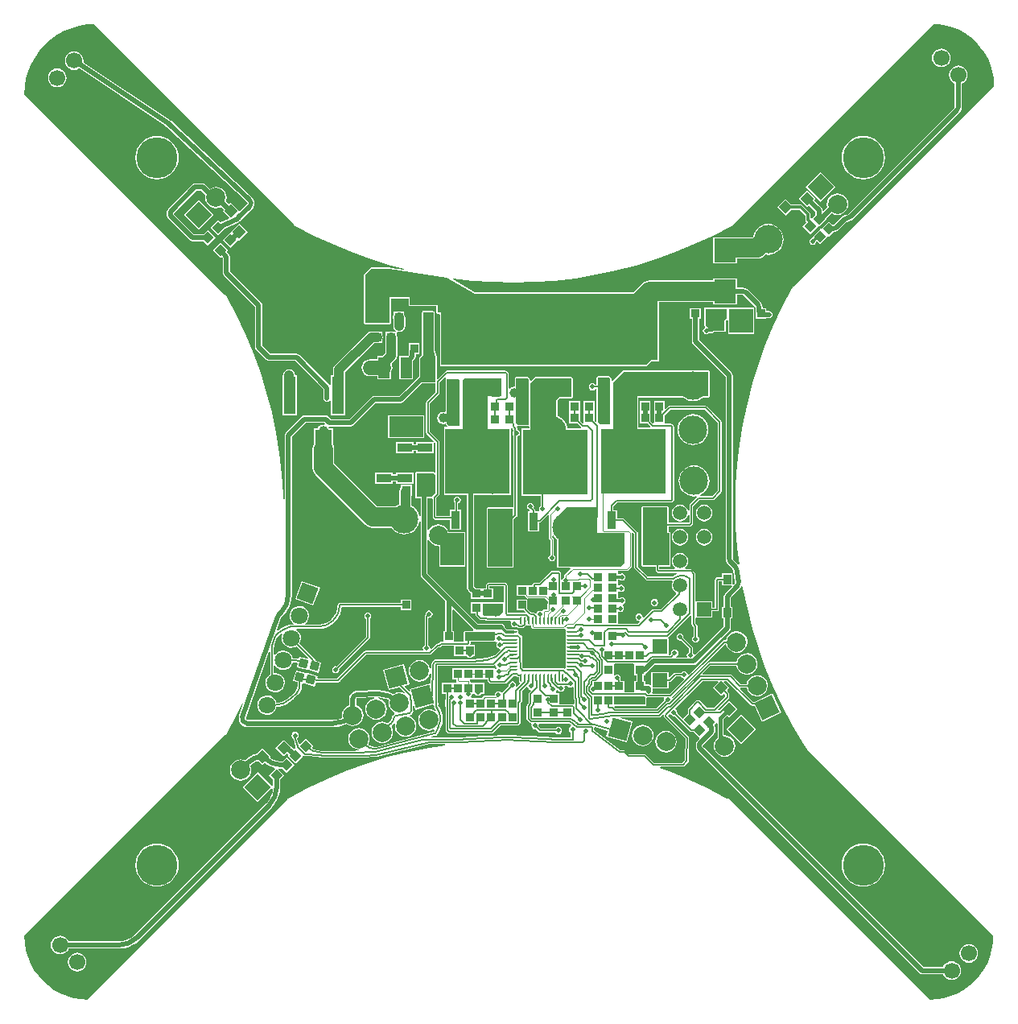
<source format=gtl>
G04*
G04 #@! TF.GenerationSoftware,Altium Limited,Altium Designer,20.1.14 (287)*
G04*
G04 Layer_Physical_Order=1*
G04 Layer_Color=255*
%FSLAX25Y25*%
%MOIN*%
G70*
G04*
G04 #@! TF.SameCoordinates,3184D8B6-75A7-45C6-B4AC-6B65BD642244*
G04*
G04*
G04 #@! TF.FilePolarity,Positive*
G04*
G01*
G75*
%ADD11C,0.01181*%
%ADD12C,0.00787*%
%ADD15C,0.00591*%
%ADD27R,0.03543X0.03543*%
G04:AMPARAMS|DCode=28|XSize=9.06mil|YSize=31.5mil|CornerRadius=2.26mil|HoleSize=0mil|Usage=FLASHONLY|Rotation=270.000|XOffset=0mil|YOffset=0mil|HoleType=Round|Shape=RoundedRectangle|*
%AMROUNDEDRECTD28*
21,1,0.00906,0.02697,0,0,270.0*
21,1,0.00453,0.03150,0,0,270.0*
1,1,0.00453,-0.01348,-0.00226*
1,1,0.00453,-0.01348,0.00226*
1,1,0.00453,0.01348,0.00226*
1,1,0.00453,0.01348,-0.00226*
%
%ADD28ROUNDEDRECTD28*%
G04:AMPARAMS|DCode=29|XSize=9.06mil|YSize=31.5mil|CornerRadius=2.26mil|HoleSize=0mil|Usage=FLASHONLY|Rotation=180.000|XOffset=0mil|YOffset=0mil|HoleType=Round|Shape=RoundedRectangle|*
%AMROUNDEDRECTD29*
21,1,0.00906,0.02697,0,0,180.0*
21,1,0.00453,0.03150,0,0,180.0*
1,1,0.00453,-0.00226,0.01348*
1,1,0.00453,0.00226,0.01348*
1,1,0.00453,0.00226,-0.01348*
1,1,0.00453,-0.00226,-0.01348*
%
%ADD29ROUNDEDRECTD29*%
G04:AMPARAMS|DCode=30|XSize=157.48mil|YSize=157.48mil|CornerRadius=3.94mil|HoleSize=0mil|Usage=FLASHONLY|Rotation=0.000|XOffset=0mil|YOffset=0mil|HoleType=Round|Shape=RoundedRectangle|*
%AMROUNDEDRECTD30*
21,1,0.15748,0.14961,0,0,0.0*
21,1,0.14961,0.15748,0,0,0.0*
1,1,0.00787,0.07480,-0.07480*
1,1,0.00787,-0.07480,-0.07480*
1,1,0.00787,-0.07480,0.07480*
1,1,0.00787,0.07480,0.07480*
%
%ADD30ROUNDEDRECTD30*%
%ADD31R,0.03543X0.03543*%
%ADD32R,0.06299X0.05906*%
%ADD33R,0.03347X0.03937*%
G04:AMPARAMS|DCode=34|XSize=39.37mil|YSize=39.37mil|CornerRadius=0mil|HoleSize=0mil|Usage=FLASHONLY|Rotation=225.000|XOffset=0mil|YOffset=0mil|HoleType=Round|Shape=Rectangle|*
%AMROTATEDRECTD34*
4,1,4,0.00000,0.02784,0.02784,0.00000,0.00000,-0.02784,-0.02784,0.00000,0.00000,0.02784,0.0*
%
%ADD34ROTATEDRECTD34*%

%ADD35P,0.05011X4X180.0*%
%ADD36R,0.09843X0.13386*%
%ADD37R,0.03740X0.07480*%
%ADD38R,0.26772X0.27165*%
G04:AMPARAMS|DCode=39|XSize=39.37mil|YSize=39.37mil|CornerRadius=0mil|HoleSize=0mil|Usage=FLASHONLY|Rotation=315.000|XOffset=0mil|YOffset=0mil|HoleType=Round|Shape=Rectangle|*
%AMROTATEDRECTD39*
4,1,4,-0.02784,0.00000,0.00000,0.02784,0.02784,0.00000,0.00000,-0.02784,-0.02784,0.00000,0.0*
%
%ADD39ROTATEDRECTD39*%

%ADD40R,0.03937X0.03937*%
%ADD41R,0.09055X0.09843*%
%ADD42R,0.04724X0.08661*%
%ADD43R,0.14173X0.08661*%
%ADD44P,0.05011X4X90.0*%
%ADD45R,0.06299X0.03543*%
%ADD46R,0.07087X0.16142*%
%ADD47P,0.05011X4X300.0*%
%ADD48R,0.04803X0.15748*%
%ADD49R,0.37008X0.32677*%
%ADD79C,0.07087*%
%ADD90C,0.01968*%
%ADD91C,0.00472*%
%ADD92C,0.07874*%
%ADD93C,0.01575*%
%ADD94C,0.03937*%
%ADD95C,0.05906*%
%ADD96C,0.03150*%
%ADD97C,0.07874*%
%ADD98P,0.11136X4X250.0*%
%ADD99P,0.11136X4X360.0*%
%ADD100P,0.11136X4X120.0*%
%ADD101C,0.06693*%
%ADD102P,0.11136X4X90.0*%
%ADD103P,0.10022X4X295.0*%
%ADD104P,0.11136X4X150.0*%
%ADD105R,0.05906X0.05906*%
%ADD106C,0.05906*%
%ADD107C,0.11811*%
%ADD108C,0.01968*%
%ADD109C,0.03937*%
%ADD110C,0.16929*%
G36*
X28958Y238832D02*
X29005Y238597D01*
X29220Y238275D01*
X29445Y238125D01*
X29426Y238093D01*
X29781Y237884D01*
X29857Y237844D01*
X37364Y233887D01*
X45124Y230244D01*
X53044Y226964D01*
X61107Y224052D01*
X69296Y221517D01*
X74789Y220090D01*
X74690Y219599D01*
X69288Y220371D01*
X69259Y220440D01*
X68898Y220590D01*
X61024D01*
X60662Y220440D01*
X58300Y218078D01*
X58150Y217717D01*
X58150Y197638D01*
X58300Y197276D01*
X58661Y197126D01*
X61373D01*
X61417Y197117D01*
X61462Y197126D01*
X68898Y197126D01*
X69259Y197276D01*
X69409Y197638D01*
X69409Y207756D01*
X76654D01*
Y205118D01*
X76804Y204756D01*
X77165Y204607D01*
X88071D01*
Y201969D01*
X88221Y201607D01*
X88583Y201457D01*
X89293D01*
X89646Y201104D01*
Y198031D01*
Y180315D01*
X89796Y179953D01*
X90158Y179804D01*
X175197D01*
X175558Y179953D01*
X177416Y181811D01*
X180394D01*
Y206380D01*
X202872D01*
Y205433D01*
X212872D01*
Y209342D01*
X215129D01*
X215156Y209347D01*
X215457Y209223D01*
X215473Y209198D01*
X220227Y204444D01*
X220247Y204431D01*
X220371Y204133D01*
X220365Y204106D01*
Y202362D01*
X220365Y202362D01*
X220394Y202219D01*
Y199331D01*
X224882D01*
Y199696D01*
X225984D01*
X226553Y199809D01*
X227034Y200131D01*
X227356Y200613D01*
X227469Y201181D01*
X227356Y201749D01*
X227034Y202231D01*
X226553Y202553D01*
X225984Y202666D01*
X224882D01*
Y203819D01*
X223718D01*
X223337Y204106D01*
X223219Y205000D01*
X222874Y205833D01*
X222330Y206542D01*
X222330Y206542D01*
X222328Y206544D01*
X222328Y206544D01*
X221979Y206893D01*
X217575Y211297D01*
X217576Y211297D01*
X217572Y211301D01*
X216857Y211851D01*
X216023Y212196D01*
X215129Y212313D01*
Y212312D01*
X215129Y212312D01*
X212872D01*
Y216221D01*
X202872D01*
Y215275D01*
X176575D01*
X175424Y215123D01*
X174351Y214679D01*
X173430Y213972D01*
X169812Y210354D01*
X104076D01*
X95064Y215637D01*
X95226Y216121D01*
X102957Y215224D01*
X111509Y214631D01*
X120079Y214433D01*
X128649Y214631D01*
X137201Y215224D01*
X145716Y216212D01*
X154177Y217592D01*
X162565Y219362D01*
X170862Y221517D01*
X179050Y224052D01*
X187113Y226964D01*
X195033Y230244D01*
X202793Y233887D01*
X210377Y237884D01*
X210967Y238231D01*
X210952Y238259D01*
X211175Y238409D01*
X211239Y238504D01*
X211317Y238556D01*
X294194Y321434D01*
X296545Y321302D01*
X299353Y320825D01*
X302089Y320036D01*
X304721Y318946D01*
X307214Y317568D01*
X309536Y315920D01*
X311660Y314022D01*
X313558Y311899D01*
X315206Y309576D01*
X316584Y307083D01*
X317674Y304452D01*
X318462Y301715D01*
X318939Y298907D01*
X319099Y296063D01*
X319083Y295781D01*
X236131Y212829D01*
X235861Y212648D01*
X235711Y212424D01*
X235678Y212442D01*
X235470Y212088D01*
X235430Y212011D01*
X231473Y204504D01*
X227830Y196744D01*
X224550Y188824D01*
X221638Y180761D01*
X219103Y172573D01*
X216948Y164275D01*
X215178Y155888D01*
X213798Y147427D01*
X212810Y138912D01*
X212217Y130360D01*
X212019Y121790D01*
X212217Y113220D01*
X212810Y104668D01*
X213605Y97818D01*
X213124Y97623D01*
X213070Y97693D01*
X213070Y97692D01*
X213070Y97692D01*
X211076Y99686D01*
X211053Y99702D01*
X210930Y99998D01*
X210934Y100019D01*
Y175984D01*
X210934Y175984D01*
X210821Y176553D01*
X210499Y177034D01*
X210499Y177034D01*
X196958Y190576D01*
Y199331D01*
X197716D01*
Y203819D01*
X193228D01*
Y199331D01*
X193987D01*
Y189961D01*
X193987Y189961D01*
X194100Y189392D01*
X194422Y188910D01*
X207964Y175369D01*
Y100019D01*
X207965Y100012D01*
X207965Y100012D01*
X208080Y99134D01*
X208425Y98301D01*
X208974Y97585D01*
X208975Y97586D01*
X210852Y95709D01*
X211093Y95332D01*
X211099Y95319D01*
X211100Y95319D01*
X211101Y95320D01*
X211861Y90632D01*
X211902Y90148D01*
X211902Y90148D01*
X211755Y89708D01*
X211307Y89260D01*
X210807Y89468D01*
Y93976D01*
X206516D01*
Y92318D01*
X204331D01*
X204031Y92259D01*
X203777Y92089D01*
X203608Y91835D01*
X203548Y91535D01*
Y79802D01*
X202516D01*
Y82445D01*
X195968D01*
X195665Y82445D01*
X195468Y82863D01*
Y93898D01*
X195468Y93898D01*
X195408Y94197D01*
X195238Y94451D01*
X194156Y95534D01*
X193902Y95704D01*
X193602Y95763D01*
X191294D01*
X191125Y96263D01*
X191533Y96577D01*
X192083Y97292D01*
X192428Y98125D01*
X192545Y99020D01*
X192428Y99914D01*
X192083Y100747D01*
X191533Y101463D01*
X190818Y102012D01*
X189985Y102357D01*
X189091Y102474D01*
X188196Y102357D01*
X187363Y102012D01*
X186648Y101463D01*
X186099Y100747D01*
X185754Y99914D01*
X185636Y99020D01*
X185754Y98125D01*
X186099Y97292D01*
X186648Y96577D01*
X187057Y96263D01*
X186887Y95763D01*
X180510D01*
X180507Y95766D01*
Y96772D01*
X185118D01*
Y111102D01*
X184397D01*
Y113391D01*
X193239D01*
X193539Y113450D01*
X193793Y113620D01*
X194254Y114081D01*
X194424Y114335D01*
X194483Y114635D01*
X194483Y114635D01*
Y121723D01*
X197175Y124414D01*
X202756D01*
X203056Y124474D01*
X203309Y124643D01*
X206065Y127399D01*
X206235Y127653D01*
X206295Y127953D01*
Y156693D01*
X206295Y156693D01*
X206235Y156992D01*
X206065Y157246D01*
X200160Y163152D01*
X199906Y163322D01*
X199606Y163381D01*
X184843D01*
X184543Y163322D01*
X184289Y163152D01*
X183218Y162081D01*
X182756Y162272D01*
Y165236D01*
X178268D01*
Y160748D01*
X178268D01*
Y160512D01*
X178268D01*
Y156420D01*
X177768Y156213D01*
X176850Y157131D01*
Y160512D01*
X176850D01*
Y160748D01*
X176850D01*
Y165236D01*
X172362D01*
Y160748D01*
X172362D01*
Y160512D01*
X172362D01*
Y156024D01*
X175743D01*
X176858Y154909D01*
X176651Y154409D01*
X171771D01*
Y166812D01*
X190335D01*
X190928Y166325D01*
X192036Y165733D01*
X193238Y165368D01*
X194488Y165245D01*
X195738Y165368D01*
X196941Y165733D01*
X198049Y166325D01*
X198642Y166812D01*
X200787D01*
X201149Y166961D01*
X201299Y167323D01*
X201299Y177559D01*
X201149Y177921D01*
X200787Y178070D01*
X165748Y178070D01*
X165386Y177921D01*
X161217Y173751D01*
X160717Y173958D01*
Y174755D01*
X160567Y175117D01*
X160173Y175511D01*
X159823Y175656D01*
Y175669D01*
X155138D01*
Y175660D01*
X155087D01*
X154726Y175511D01*
X154576Y175149D01*
Y172043D01*
X153985D01*
X153806Y172310D01*
X153324Y172632D01*
X152756Y172745D01*
X152188Y172632D01*
X151706Y172310D01*
X151384Y171828D01*
X151271Y171260D01*
X151384Y170692D01*
X151706Y170210D01*
X152188Y169888D01*
X152756Y169775D01*
X153324Y169888D01*
X153806Y170210D01*
X153985Y170477D01*
X154576D01*
Y156884D01*
X154076Y156677D01*
X153622Y157131D01*
Y160512D01*
X153622D01*
Y160748D01*
X153622D01*
Y165236D01*
X149134D01*
Y160748D01*
X149134D01*
Y160512D01*
X149134D01*
Y156420D01*
X148634Y156213D01*
X147716Y157131D01*
Y160512D01*
X147717D01*
Y160748D01*
X147716D01*
Y165236D01*
X143228D01*
Y160748D01*
X143228D01*
Y160512D01*
X143228D01*
Y156024D01*
X146609D01*
X148117Y154516D01*
X148089Y154310D01*
X147941Y154016D01*
X142544D01*
X142506Y154400D01*
X142141Y155602D01*
X141549Y156710D01*
X140752Y157681D01*
X139781Y158478D01*
X138673Y159071D01*
X138307Y159182D01*
Y165536D01*
X139188Y166418D01*
X144095D01*
X144456Y166568D01*
X144606Y166929D01*
Y174803D01*
X144456Y175165D01*
X144095Y175314D01*
X129134D01*
X128772Y175165D01*
X127321Y173713D01*
X126859Y173904D01*
Y174362D01*
X126709Y174723D01*
X126358Y175074D01*
Y175079D01*
X126353D01*
X126315Y175117D01*
X125954Y175267D01*
X121229D01*
X120868Y175117D01*
X120718Y174755D01*
Y171588D01*
X120472Y171386D01*
X119520Y171197D01*
X118713Y170658D01*
X118606Y170497D01*
X118106Y170649D01*
Y176704D01*
X118106Y176704D01*
X118046Y177004D01*
X117876Y177258D01*
X117415Y177719D01*
X117161Y177889D01*
X116862Y177948D01*
X92520D01*
X92220Y177889D01*
X91966Y177719D01*
X88769Y174521D01*
X88307Y174713D01*
Y183465D01*
X88279Y183532D01*
X88287Y183605D01*
X87519Y186292D01*
Y201969D01*
X87370Y202330D01*
X87008Y202480D01*
X86890D01*
Y202638D01*
X82402D01*
Y202366D01*
X82316Y202330D01*
X82166Y201969D01*
Y184464D01*
X81134Y183432D01*
X80985Y183071D01*
Y175605D01*
X72908Y167528D01*
X62500D01*
X62500Y167528D01*
X61932Y167415D01*
X61450Y167094D01*
X52141Y157784D01*
X44513D01*
X43373Y158924D01*
X42891Y159246D01*
X42323Y159359D01*
X42323Y159359D01*
X33465D01*
X33465Y159359D01*
X32896Y159246D01*
X32414Y158924D01*
X32414Y158924D01*
X25721Y152231D01*
X25400Y151750D01*
X25286Y151181D01*
X25286Y151181D01*
Y124648D01*
X24786Y124643D01*
X24739Y126680D01*
X24146Y135232D01*
X23158Y143747D01*
X21778Y152208D01*
X20008Y160596D01*
X17853Y168893D01*
X15318Y177082D01*
X12406Y185145D01*
X9126Y193065D01*
X5483Y200825D01*
X1486Y208408D01*
X1139Y208999D01*
X1111Y208983D01*
X962Y209206D01*
X640Y209421D01*
X274Y209494D01*
X-82537Y292305D01*
X-82541Y292375D01*
X-82357Y295638D01*
X-81810Y298860D01*
X-80905Y302000D01*
X-79655Y305019D01*
X-78074Y307879D01*
X-76183Y310545D01*
X-74005Y312981D01*
X-71568Y315159D01*
X-68903Y317050D01*
X-66043Y318631D01*
X-63024Y319882D01*
X-59883Y320786D01*
X-56661Y321334D01*
X-53709Y321499D01*
X28958Y238832D01*
D02*
G37*
G36*
X68898Y219910D02*
X92520Y216535D01*
X103937Y209842D01*
X175984D01*
X179528Y206299D01*
Y184646D01*
X175197Y180315D01*
X90158D01*
Y198031D01*
Y201969D01*
X88583Y201969D01*
Y205118D01*
X77165D01*
Y208268D01*
X77165Y208268D01*
X68898D01*
X68898Y197638D01*
X58661Y197638D01*
X58661Y217717D01*
X61024Y220079D01*
X68898D01*
Y219910D01*
D02*
G37*
G36*
X87008Y186221D02*
X87795Y183465D01*
Y173228D01*
X81496D01*
Y183071D01*
X82677Y184252D01*
Y201969D01*
X87008D01*
Y186221D01*
D02*
G37*
G36*
X87879Y172661D02*
Y168907D01*
X84092Y165120D01*
X83922Y164866D01*
X83863Y164567D01*
Y152362D01*
X83922Y152063D01*
X84092Y151809D01*
X87099Y148802D01*
X86887Y148307D01*
X86669Y148307D01*
X79843D01*
Y147548D01*
X78819D01*
Y148307D01*
X71575D01*
Y143819D01*
X78819D01*
Y144578D01*
X79843D01*
Y143819D01*
X87087D01*
Y147857D01*
X87087Y148043D01*
X87532Y148240D01*
X87879Y147962D01*
Y135939D01*
X87417Y135747D01*
X87370Y135795D01*
X87008Y135944D01*
X79921D01*
X79560Y135795D01*
X79410Y135433D01*
Y125591D01*
X79560Y125229D01*
X79921Y125079D01*
X81586D01*
Y117836D01*
X81089Y117786D01*
X80724Y118988D01*
X80132Y120096D01*
X79335Y121067D01*
X78364Y121864D01*
X77784Y122174D01*
Y126102D01*
X78031D01*
Y130591D01*
X75931D01*
X75787Y130619D01*
X75644Y130591D01*
X73543D01*
Y129619D01*
X73536Y129614D01*
X72996Y128807D01*
X72807Y127854D01*
Y122595D01*
X72351Y122456D01*
X71243Y121864D01*
X71087Y121736D01*
X63687D01*
X45786Y139637D01*
Y145472D01*
X45634Y146624D01*
X45354Y147300D01*
Y151334D01*
X45402Y151575D01*
X45354Y151815D01*
Y154016D01*
X43707D01*
X43473Y154440D01*
X43743Y154845D01*
X43898Y154814D01*
X43898Y154814D01*
X52756D01*
X52756Y154814D01*
X53324Y154927D01*
X53806Y155249D01*
X63115Y164558D01*
X73523D01*
X73524Y164558D01*
X74092Y164671D01*
X74574Y164993D01*
X82298Y172717D01*
X87795D01*
X87879Y172661D01*
D02*
G37*
G36*
X92146Y174977D02*
Y174741D01*
X92008Y174409D01*
Y161048D01*
X91508Y160644D01*
X90945Y160757D01*
X89992Y160567D01*
X89185Y160028D01*
X88646Y159220D01*
X88456Y158268D01*
X88646Y157315D01*
X89185Y156508D01*
X89992Y155968D01*
X90945Y155779D01*
X91514Y155892D01*
X91937Y155904D01*
X92156Y155549D01*
X92158Y155544D01*
X92596Y155106D01*
X92389Y154606D01*
X91260D01*
Y126496D01*
X100877D01*
Y87853D01*
X100990Y87285D01*
X101312Y86803D01*
X101731Y86523D01*
X102480Y85774D01*
Y83386D01*
X106968D01*
Y83386D01*
X107205D01*
Y83386D01*
X111693D01*
Y87874D01*
X110232D01*
Y88585D01*
X110234Y88587D01*
X116144D01*
X116146Y88585D01*
Y82418D01*
X116085Y82193D01*
X115650Y82007D01*
X107579D01*
X107205Y81968D01*
X106968D01*
X106968Y81968D01*
X105431D01*
X105418Y81977D01*
X105118Y82037D01*
X104819Y81977D01*
X104805Y81968D01*
X102480D01*
Y77480D01*
X104335D01*
Y76872D01*
X104395Y76572D01*
X104565Y76318D01*
X105924Y74958D01*
X105924Y74958D01*
X106178Y74789D01*
X106478Y74729D01*
X108514D01*
X108718Y74525D01*
X108972Y74356D01*
X109272Y74296D01*
X118780D01*
X119047Y73797D01*
X118934Y73228D01*
X119047Y72660D01*
X119369Y72178D01*
X119851Y71856D01*
X120420Y71743D01*
X120988Y71856D01*
X121209Y72004D01*
X121699Y71513D01*
X121953Y71344D01*
X122252Y71284D01*
X123866D01*
X124166Y71344D01*
X124420Y71513D01*
X125199Y72293D01*
X125211Y72311D01*
X125648Y72557D01*
X125879Y72403D01*
X126152Y72348D01*
X126604D01*
X126877Y72403D01*
X126971Y72465D01*
X127437Y72237D01*
X127447Y72228D01*
Y71930D01*
X127502Y71654D01*
X127658Y71419D01*
X127935Y71143D01*
X128170Y70986D01*
X128446Y70931D01*
X140847D01*
X141123Y70986D01*
X141152Y71005D01*
X141183Y71007D01*
X141630Y70825D01*
X141806Y70352D01*
X141694Y70184D01*
X141640Y69911D01*
Y69459D01*
X141694Y69186D01*
X141849Y68955D01*
Y68840D01*
X141694Y68609D01*
X141640Y68337D01*
Y67884D01*
X141694Y67611D01*
X141849Y67380D01*
Y67266D01*
X141694Y67035D01*
X141640Y66762D01*
Y66309D01*
X141694Y66036D01*
X141849Y65805D01*
Y65691D01*
X141694Y65460D01*
X141640Y65187D01*
Y64734D01*
X141694Y64462D01*
X141849Y64230D01*
Y64116D01*
X141694Y63885D01*
X141640Y63612D01*
Y63159D01*
X141694Y62887D01*
X141849Y62656D01*
Y62541D01*
X141694Y62310D01*
X141640Y62037D01*
Y61585D01*
X141694Y61312D01*
X141849Y61081D01*
Y60966D01*
X141694Y60735D01*
X141640Y60463D01*
Y60010D01*
X141694Y59737D01*
X141849Y59506D01*
Y59392D01*
X141694Y59160D01*
X141640Y58888D01*
Y58435D01*
X141694Y58162D01*
X141849Y57931D01*
Y57817D01*
X141694Y57586D01*
X141640Y57313D01*
Y56860D01*
X141694Y56588D01*
X141849Y56356D01*
Y56242D01*
X141694Y56011D01*
X141640Y55738D01*
Y55285D01*
X141694Y55013D01*
X141570Y54710D01*
X141012Y54546D01*
X140959Y54581D01*
X140660Y54641D01*
X124212D01*
X124211Y54642D01*
X124210Y54642D01*
X123913Y54940D01*
X123617Y59896D01*
Y66879D01*
X123651Y66929D01*
X123718Y67266D01*
X123725Y67276D01*
X123730Y67276D01*
X123605Y67903D01*
X123239Y68450D01*
X122692Y68816D01*
X122469Y68860D01*
X122402Y68918D01*
X122132Y69408D01*
X122133Y69425D01*
X122140Y69459D01*
Y69911D01*
X122085Y70184D01*
X121931Y70415D01*
X121700Y70570D01*
X121427Y70624D01*
X120587D01*
X120493Y70686D01*
X120079Y70769D01*
X117378D01*
X116434Y71713D01*
X116333Y72222D01*
X116011Y72704D01*
X115529Y73026D01*
X114961Y73139D01*
X105340D01*
X94751Y83727D01*
X84556Y93922D01*
Y107685D01*
X85056Y107784D01*
X85125Y107619D01*
X85831Y106698D01*
X86753Y105991D01*
X87825Y105547D01*
X88976Y105395D01*
X89291Y105119D01*
Y96772D01*
X100079D01*
Y111102D01*
X93227D01*
X92828Y112066D01*
X92121Y112987D01*
X91200Y113694D01*
X90127Y114138D01*
X88976Y114290D01*
X87825Y114138D01*
X86753Y113694D01*
X85831Y112987D01*
X85125Y112066D01*
X85056Y111901D01*
X84556Y112000D01*
Y125079D01*
X86221D01*
X86619Y124703D01*
Y117390D01*
X86678Y117091D01*
X86848Y116837D01*
X87309Y116376D01*
X87563Y116206D01*
X87863Y116146D01*
X87863Y116146D01*
X93721D01*
Y111929D01*
X98405D01*
Y120354D01*
X97239D01*
Y122998D01*
X97348Y123019D01*
X97830Y123341D01*
X98152Y123823D01*
X98265Y124391D01*
X98152Y124960D01*
X97830Y125442D01*
X97348Y125764D01*
X96780Y125877D01*
X96211Y125764D01*
X95729Y125442D01*
X95407Y124960D01*
X95294Y124391D01*
X95407Y123823D01*
X95674Y123424D01*
Y120354D01*
X93721D01*
Y117712D01*
X88187D01*
X88184Y117715D01*
Y125223D01*
X89215Y126253D01*
X89385Y126507D01*
X89444Y126807D01*
X89444Y126807D01*
Y148346D01*
X89385Y148646D01*
X89215Y148900D01*
X85428Y152686D01*
Y164243D01*
X89215Y168029D01*
X89385Y168283D01*
X89444Y168583D01*
Y172983D01*
X91720Y175259D01*
X92146Y174977D01*
D02*
G37*
G36*
X160205Y174755D02*
Y155858D01*
X155875D01*
X155087Y156645D01*
Y175149D01*
X159812D01*
X160205Y174755D01*
D02*
G37*
G36*
X42100Y155997D02*
X41853Y155536D01*
X41339Y155638D01*
X40386Y155449D01*
X39579Y154909D01*
X39039Y154102D01*
X39022Y154016D01*
X37323D01*
Y147300D01*
X37043Y146624D01*
X36891Y145472D01*
Y137795D01*
X37043Y136644D01*
X37487Y135572D01*
X38194Y134650D01*
X58700Y114144D01*
X59621Y113437D01*
X60694Y112993D01*
X61845Y112841D01*
X61845Y112841D01*
X69584D01*
X70271Y112004D01*
X71243Y111207D01*
X72351Y110615D01*
X73553Y110250D01*
X74803Y110127D01*
X76053Y110250D01*
X77256Y110615D01*
X78364Y111207D01*
X79335Y112004D01*
X80132Y112975D01*
X80724Y114083D01*
X81089Y115285D01*
X81586Y115235D01*
Y93307D01*
X81586Y93307D01*
X81699Y92739D01*
X82021Y92257D01*
X91850Y82427D01*
X91822Y82284D01*
Y70157D01*
X91063D01*
Y65669D01*
X90573Y65645D01*
X90144D01*
X89845Y65585D01*
X89591Y65416D01*
X89131Y64956D01*
X88583D01*
X88283Y64896D01*
X88029Y64727D01*
X85965Y62663D01*
X85504Y62909D01*
X85540Y63090D01*
X85427Y63659D01*
X85105Y64141D01*
X84838Y64319D01*
Y75434D01*
X85138Y75680D01*
X85706Y75793D01*
X86188Y76115D01*
X86510Y76597D01*
X86623Y77165D01*
X86510Y77734D01*
X86188Y78216D01*
X85706Y78537D01*
X85138Y78651D01*
X84569Y78537D01*
X84088Y78216D01*
X83766Y77734D01*
X83653Y77165D01*
X83715Y76850D01*
X83502Y76636D01*
X83332Y76382D01*
X83272Y76083D01*
Y64319D01*
X83005Y64141D01*
X82683Y63659D01*
X82570Y63090D01*
X82683Y62522D01*
X82761Y62405D01*
X82494Y61905D01*
X58760D01*
X58460Y61845D01*
X58206Y61676D01*
X47314Y50783D01*
X46988Y50577D01*
X46868Y50517D01*
X46736Y50473D01*
X46363Y50389D01*
X39435Y50389D01*
X39328Y50413D01*
X39314Y50422D01*
X39228Y50439D01*
X38843Y50934D01*
X38992Y51491D01*
X34657Y52652D01*
X34657Y52652D01*
X34153Y52702D01*
X29932Y53833D01*
X28771Y49498D01*
X30737Y48971D01*
Y47783D01*
X30703Y47734D01*
X30636Y47396D01*
X30631D01*
X30521Y46561D01*
X30199Y45784D01*
X29687Y45116D01*
X29594Y44968D01*
X29499Y44826D01*
X29496Y44812D01*
X29437Y44717D01*
X28006Y43286D01*
X28002Y43284D01*
X27910Y43224D01*
X27894Y43221D01*
X27607Y43029D01*
X27239Y42713D01*
X26232Y41887D01*
X24654Y41043D01*
X22941Y40524D01*
X21876Y40419D01*
X21633Y41188D01*
X21065Y42080D01*
X20285Y42794D01*
X19347Y43282D01*
X18315Y43511D01*
X17259Y43465D01*
X16250Y43147D01*
X15359Y42579D01*
X14644Y41799D01*
X14156Y40861D01*
X13927Y39829D01*
X13973Y38773D01*
X14291Y37764D01*
X14859Y36873D01*
X15639Y36158D01*
X16577Y35670D01*
X17609Y35441D01*
X18665Y35487D01*
X19674Y35805D01*
X20566Y36373D01*
X21280Y37153D01*
X21768Y38091D01*
X21889Y38634D01*
X22866Y38710D01*
X24529Y39110D01*
X26109Y39764D01*
X27567Y40658D01*
X28868Y41769D01*
X28856Y41780D01*
X29048Y42067D01*
X29059Y42125D01*
X30544Y43611D01*
X30958Y43845D01*
X30958D01*
X31756Y44885D01*
X32257Y46096D01*
X32428Y47396D01*
X32402D01*
X32335Y47734D01*
X32302Y47783D01*
Y48051D01*
X32700Y48386D01*
X33106Y48336D01*
X33495Y48317D01*
Y48317D01*
X37830Y47155D01*
X38272Y48804D01*
X38976Y48712D01*
Y48723D01*
X39314Y48790D01*
X39364Y48823D01*
X46459Y48823D01*
X46573Y48795D01*
X46580Y48790D01*
X46918Y48708D01*
X46918Y48708D01*
X47563Y48836D01*
X48107Y49200D01*
X48098Y49209D01*
X48098Y49211D01*
X48290Y49498D01*
X48301Y49556D01*
X59084Y60339D01*
X85532D01*
X85831Y60399D01*
X86085Y60569D01*
X88907Y63390D01*
X89455D01*
X89755Y63450D01*
X90009Y63620D01*
X90469Y64079D01*
X95394D01*
Y59764D01*
X100624D01*
X100918Y59324D01*
X101400Y59002D01*
X101969Y58889D01*
X102537Y59002D01*
X103019Y59324D01*
X103313Y59764D01*
X104213D01*
Y64252D01*
X102433D01*
X102299Y64429D01*
X102193Y64752D01*
X102298Y64909D01*
X102358Y65208D01*
Y65630D01*
X112205D01*
X112299Y65669D01*
X112874D01*
X112874Y65669D01*
Y65669D01*
X113241Y65384D01*
X113276Y65344D01*
X113296Y65273D01*
X113042Y64894D01*
X112929Y64325D01*
X113042Y63757D01*
X113365Y63275D01*
X113846Y62953D01*
X114373Y62848D01*
X114470Y62692D01*
X114593Y62366D01*
X112296Y60148D01*
X109014Y58958D01*
X103094Y58342D01*
X87650D01*
X87650Y58342D01*
X87351Y58282D01*
X87097Y58113D01*
X86474Y57490D01*
X86427Y57419D01*
X86368Y57358D01*
X86343Y57294D01*
X86304Y57236D01*
X86288Y57153D01*
X86257Y57074D01*
X86056Y55949D01*
X86058Y55889D01*
X86045Y55832D01*
X86016Y54744D01*
X85515Y54718D01*
X85504Y54807D01*
X85059Y55880D01*
X84352Y56801D01*
X83431Y57508D01*
X82359Y57952D01*
X81208Y58104D01*
X80057Y57952D01*
X78984Y57508D01*
X78063Y56801D01*
X77356Y55880D01*
X76912Y54807D01*
X76760Y53656D01*
X76912Y52505D01*
X77356Y51433D01*
X78063Y50511D01*
X78984Y49805D01*
X80057Y49360D01*
X81208Y49209D01*
X82359Y49360D01*
X83431Y49805D01*
X84352Y50511D01*
X85059Y51433D01*
X85455Y52387D01*
X85952Y52281D01*
X85860Y48752D01*
X85604Y48364D01*
X85604Y48364D01*
X85604Y48364D01*
X77086Y46082D01*
X77264Y45416D01*
X76816Y45157D01*
X74995Y46978D01*
X75124Y47461D01*
X76949Y47950D01*
X74666Y56469D01*
X66148Y54186D01*
X68430Y45668D01*
X72895Y46864D01*
X74948Y44811D01*
X74665Y44387D01*
X73978Y44672D01*
X72827Y44823D01*
X71676Y44672D01*
X70603Y44227D01*
X70341Y44026D01*
X70240Y44088D01*
X68150Y44954D01*
X65951Y45482D01*
X64186Y45620D01*
X63696Y45659D01*
X63606Y45641D01*
X55366Y45364D01*
X55250Y45337D01*
X54583Y45249D01*
X53750Y44904D01*
X53034Y44355D01*
X52485Y43639D01*
X52140Y42806D01*
X52022Y41912D01*
X52023D01*
X52023Y41912D01*
Y39357D01*
X51285Y39051D01*
X50363Y38344D01*
X49657Y37423D01*
X49212Y36350D01*
X49061Y35199D01*
X49209Y34075D01*
X47438Y33538D01*
X45605Y33358D01*
X45518Y33375D01*
X9703D01*
X9312Y33682D01*
X9266Y34010D01*
X9412Y34488D01*
X18803Y61340D01*
X19296Y61256D01*
Y52192D01*
X18725Y51828D01*
X18011Y51048D01*
X17522Y50110D01*
X17293Y49078D01*
X17340Y48022D01*
X17658Y47013D01*
X18226Y46121D01*
X19005Y45407D01*
X19943Y44919D01*
X20975Y44690D01*
X22032Y44736D01*
X23040Y45054D01*
X23932Y45622D01*
X24646Y46402D01*
X25135Y47340D01*
X25363Y48372D01*
X25317Y49428D01*
X24999Y50437D01*
X24431Y51328D01*
X23652Y52043D01*
X22714Y52531D01*
X21681Y52760D01*
X21223Y52740D01*
X20862Y53086D01*
Y55586D01*
X21362Y55732D01*
X21592Y55370D01*
X22372Y54656D01*
X23310Y54168D01*
X24342Y53939D01*
X25398Y53985D01*
X26406Y54303D01*
X27298Y54871D01*
X28013Y55651D01*
X28501Y56589D01*
X28635Y57191D01*
X29800D01*
X29849Y57158D01*
X30187Y57091D01*
Y57085D01*
X30407Y57056D01*
X30685Y56640D01*
X30299Y55202D01*
X34635Y54041D01*
Y54041D01*
X34635Y54041D01*
X35106Y53999D01*
X39359Y52860D01*
X40521Y57195D01*
X38170Y57825D01*
X37947Y58363D01*
X37072Y59504D01*
X37050Y59483D01*
X36764Y59674D01*
X36705Y59686D01*
X31418Y64973D01*
X31867Y65838D01*
X32096Y66870D01*
X32050Y67926D01*
X31732Y68935D01*
X31164Y69826D01*
X30384Y70541D01*
X30156Y70659D01*
X30279Y71159D01*
X38798D01*
X38848Y71126D01*
X39186Y71059D01*
Y71029D01*
X41113Y71218D01*
X42965Y71780D01*
X44673Y72693D01*
X46170Y73921D01*
X47398Y75418D01*
X48311Y77126D01*
X48873Y78979D01*
X48986Y80123D01*
X73347D01*
Y78661D01*
X77835D01*
Y83150D01*
X73347D01*
Y81688D01*
X48537D01*
X48487Y81721D01*
X48149Y81789D01*
X47811Y81721D01*
X47525Y81530D01*
X47333Y81243D01*
X47266Y80905D01*
X47224Y80423D01*
X47117Y79328D01*
X46656Y77811D01*
X45909Y76413D01*
X44903Y75188D01*
X43678Y74182D01*
X42280Y73435D01*
X40763Y72975D01*
X39669Y72867D01*
X39186Y72825D01*
X38848Y72758D01*
X38798Y72725D01*
X33950D01*
X33805Y73225D01*
X34031Y73369D01*
X34745Y74149D01*
X35234Y75086D01*
X35462Y76119D01*
X35416Y77175D01*
X35098Y78184D01*
X34530Y79075D01*
X33751Y79790D01*
X32813Y80278D01*
X31780Y80507D01*
X30724Y80461D01*
X29716Y80143D01*
X28824Y79575D01*
X28110Y78795D01*
X27621Y77857D01*
X27393Y76825D01*
X27439Y75769D01*
X27757Y74760D01*
X28325Y73868D01*
X29027Y73225D01*
X28932Y72725D01*
X28072D01*
X28022Y72758D01*
X27684Y72825D01*
X27422Y72773D01*
X27422Y72772D01*
X26083Y72317D01*
X24167Y71372D01*
X22808Y70464D01*
X22309Y70514D01*
X22142Y70605D01*
X22078Y70704D01*
X23769Y75538D01*
X23788Y75531D01*
X23861Y75705D01*
X23885Y75721D01*
X24539Y76376D01*
X24898Y76725D01*
X24898Y76725D01*
X26069Y78096D01*
X27011Y79633D01*
X27701Y81300D01*
X28122Y83053D01*
X28264Y84851D01*
X28257D01*
Y150566D01*
X34080Y156389D01*
X41708D01*
X42100Y155997D01*
D02*
G37*
G36*
X126347Y174362D02*
Y155464D01*
X122017D01*
X121229Y156251D01*
Y174755D01*
X125954D01*
X126347Y174362D01*
D02*
G37*
G36*
X97638Y174016D02*
Y155118D01*
X93307D01*
X92520Y155905D01*
Y174409D01*
X97244D01*
X97638Y174016D01*
D02*
G37*
G36*
X114961Y167323D02*
X109449D01*
Y151575D01*
X109055Y151181D01*
X99213D01*
Y174016D01*
X100000Y174803D01*
X114961D01*
Y167323D01*
D02*
G37*
G36*
X200787D02*
X171260D01*
Y148819D01*
X170866Y148425D01*
X170472Y148819D01*
X161417D01*
Y173228D01*
X165748Y177559D01*
X200787Y177559D01*
X200787Y167323D01*
D02*
G37*
G36*
X144095Y166929D02*
X138976D01*
X137795Y165748D01*
Y145669D01*
X127165D01*
Y172835D01*
X129134Y174803D01*
X144095D01*
Y166929D01*
D02*
G37*
G36*
X204729Y156369D02*
Y128277D01*
X202432Y125980D01*
X197679D01*
X197554Y126480D01*
X198442Y126955D01*
X199414Y127752D01*
X200211Y128723D01*
X200803Y129831D01*
X201168Y131033D01*
X201291Y132283D01*
X201168Y133534D01*
X200803Y134736D01*
X200211Y135844D01*
X199414Y136815D01*
X198442Y137612D01*
X197334Y138204D01*
X196132Y138569D01*
X194882Y138692D01*
X193632Y138569D01*
X192429Y138204D01*
X191321Y137612D01*
X190350Y136815D01*
X189553Y135844D01*
X188961Y134736D01*
X188596Y133534D01*
X188473Y132283D01*
X188596Y131033D01*
X188961Y129831D01*
X189553Y128723D01*
X190350Y127752D01*
X191321Y126955D01*
X192429Y126363D01*
X193632Y125998D01*
X194882Y125875D01*
X195805Y125966D01*
X196032Y125486D01*
X193147Y122601D01*
X192978Y122347D01*
X192918Y122047D01*
Y119988D01*
X192428Y119914D01*
X192083Y120747D01*
X191533Y121463D01*
X190818Y122012D01*
X189985Y122357D01*
X189091Y122474D01*
X188196Y122357D01*
X187363Y122012D01*
X186648Y121463D01*
X186099Y120747D01*
X185754Y119914D01*
X185636Y119020D01*
X185754Y118125D01*
X186099Y117292D01*
X186648Y116577D01*
X187363Y116028D01*
X188196Y115683D01*
X189091Y115565D01*
X189985Y115683D01*
X190818Y116028D01*
X191533Y116577D01*
X192083Y117292D01*
X192428Y118125D01*
X192918Y118051D01*
Y114959D01*
X192915Y114956D01*
X184397D01*
Y121350D01*
X184247Y121711D01*
X183885Y121861D01*
X173649D01*
X173287Y121711D01*
X173138Y121350D01*
Y97334D01*
X173287Y96972D01*
X173649Y96822D01*
X174331D01*
Y96772D01*
X178942D01*
Y95442D01*
X179001Y95142D01*
X179171Y94888D01*
X179632Y94427D01*
X179886Y94257D01*
X180186Y94198D01*
X180186Y94198D01*
X187873D01*
X187973Y93698D01*
X186911Y93258D01*
X186071Y92614D01*
X175816D01*
X171649Y96781D01*
Y110630D01*
X171589Y110930D01*
X171420Y111183D01*
X166105Y116498D01*
X165851Y116668D01*
X165551Y116728D01*
X162972D01*
Y120158D01*
X161413D01*
Y121723D01*
X162923Y123233D01*
X185365D01*
X185665Y123293D01*
X185919Y123462D01*
X186380Y123924D01*
X186550Y124178D01*
X186609Y124477D01*
X186609Y124477D01*
Y154657D01*
X186609Y154657D01*
X186550Y154956D01*
X186380Y155210D01*
X185919Y155672D01*
X185665Y155841D01*
X185365Y155901D01*
X183205D01*
X182756Y156024D01*
Y159405D01*
X185167Y161816D01*
X199282D01*
X204729Y156369D01*
D02*
G37*
G36*
X87795Y134646D02*
Y127165D01*
X86221Y125591D01*
X79921D01*
Y135433D01*
X87008D01*
X87795Y134646D01*
D02*
G37*
G36*
X183885Y97334D02*
X173649D01*
Y121350D01*
X183885D01*
Y97334D01*
D02*
G37*
G36*
X152389Y121276D02*
X154724Y121260D01*
Y110630D01*
X166142D01*
Y98425D01*
X164567Y96850D01*
X138583D01*
Y117779D01*
X142153Y121350D01*
X152389D01*
Y121276D01*
D02*
G37*
G36*
X119685Y96850D02*
X109449D01*
Y120866D01*
X119685D01*
Y96850D01*
D02*
G37*
G36*
X122017Y154953D02*
X126347D01*
X126654Y154748D01*
Y154016D01*
X123543D01*
Y125906D01*
X131402D01*
Y121898D01*
X131135Y121720D01*
X130813Y121238D01*
X130700Y120669D01*
X130789Y120222D01*
X130551Y119866D01*
X130437Y119764D01*
X129129D01*
Y120190D01*
X129070Y120490D01*
X128900Y120744D01*
X128541Y121102D01*
X128651Y121653D01*
X128537Y122222D01*
X128216Y122704D01*
X127734Y123026D01*
X127165Y123139D01*
X126597Y123026D01*
X126115Y122704D01*
X125793Y122222D01*
X125680Y121653D01*
X125793Y121085D01*
X126115Y120603D01*
X126597Y120281D01*
X126685Y120264D01*
X126636Y119764D01*
X126004D01*
Y111339D01*
X130689D01*
Y115095D01*
X130936D01*
X131236Y115154D01*
X131490Y115324D01*
X134289Y118123D01*
X134789Y117916D01*
Y108570D01*
X134844Y108294D01*
X135001Y108059D01*
X135301Y107759D01*
Y101761D01*
X134973Y101542D01*
X134651Y101060D01*
X134538Y100492D01*
X134651Y99924D01*
X134973Y99442D01*
X135455Y99120D01*
X136024Y99007D01*
X136592Y99120D01*
X137074Y99442D01*
X137396Y99924D01*
X137509Y100492D01*
X137396Y101060D01*
X137074Y101542D01*
X136746Y101761D01*
Y108059D01*
X136691Y108335D01*
X136535Y108569D01*
X136234Y108870D01*
Y109456D01*
X136719Y109577D01*
X136797Y109432D01*
X137594Y108460D01*
X138071Y108069D01*
Y96850D01*
X138221Y96489D01*
X138583Y96339D01*
X143483D01*
X143674Y95877D01*
X141221Y93424D01*
X141065Y93190D01*
X141010Y92913D01*
Y92313D01*
X140682Y92093D01*
X140360Y91612D01*
X140338Y91500D01*
X139838Y91549D01*
Y93917D01*
X139838Y93917D01*
X139778Y94217D01*
X139609Y94471D01*
X139333Y94746D01*
X139079Y94916D01*
X138779Y94976D01*
X135925D01*
X135626Y94916D01*
X135372Y94746D01*
X130759Y90133D01*
X130194D01*
X129894Y90074D01*
X129866Y90054D01*
X128642D01*
X128342Y89995D01*
X128088Y89825D01*
X127919Y89571D01*
X127859Y89272D01*
Y89055D01*
X121378D01*
Y84567D01*
X124785D01*
X124805Y84469D01*
X124961Y84235D01*
X125377Y83820D01*
X125611Y83663D01*
X125679Y83650D01*
X125630Y83150D01*
X121378D01*
Y78661D01*
X124489D01*
X124545Y78577D01*
X124989Y78133D01*
X124782Y77633D01*
X117715D01*
X117712Y77636D01*
Y88909D01*
X117712Y88909D01*
X117652Y89208D01*
X117483Y89462D01*
X117021Y89924D01*
X116767Y90093D01*
X116468Y90153D01*
X109910D01*
X109910Y90153D01*
X109610Y90093D01*
X109357Y89924D01*
X108895Y89462D01*
X108726Y89208D01*
X108666Y88909D01*
Y87874D01*
X107205D01*
Y87874D01*
X106968D01*
Y87874D01*
X104581D01*
X103847Y88607D01*
Y126496D01*
X109822D01*
X110167Y126391D01*
X111417Y126268D01*
X112668Y126391D01*
X113012Y126496D01*
X118976D01*
Y153935D01*
X119476Y154087D01*
X119599Y153902D01*
X119674Y153791D01*
X119967Y153460D01*
X120000Y153357D01*
X120075Y153025D01*
X120083Y152975D01*
Y152928D01*
X119888Y152635D01*
X119775Y152067D01*
X119888Y151499D01*
X120083Y151206D01*
Y121754D01*
X119685Y121378D01*
X109449D01*
X109087Y121228D01*
X108937Y120866D01*
Y96850D01*
X109087Y96489D01*
X109449Y96339D01*
X119685D01*
X120047Y96489D01*
X120196Y96850D01*
Y116333D01*
X121420Y117557D01*
X121589Y117811D01*
X121649Y118110D01*
Y150659D01*
X121828Y150695D01*
X122310Y151017D01*
X122632Y151499D01*
X122745Y152067D01*
X122632Y152635D01*
X122310Y153117D01*
X122136Y153233D01*
X121765Y153543D01*
X121636Y154189D01*
X121275Y154729D01*
X121271Y154736D01*
X121278Y154772D01*
X121363Y154847D01*
X121835Y155028D01*
X122017Y154953D01*
D02*
G37*
G36*
X170083Y110306D02*
Y96457D01*
X170143Y96157D01*
X170313Y95903D01*
X174708Y91508D01*
X174708Y91508D01*
X174939Y91277D01*
X175193Y91107D01*
X175492Y91048D01*
X175492Y91048D01*
X185701D01*
X185777Y90990D01*
X186016Y90548D01*
X185754Y89914D01*
X185636Y89020D01*
X185754Y88125D01*
X186099Y87292D01*
X186648Y86577D01*
X187363Y86028D01*
X187448Y85993D01*
X187545Y85502D01*
X181172Y79129D01*
X177953D01*
X177953Y79129D01*
X177653Y79070D01*
X177399Y78900D01*
X174080Y75581D01*
X173619Y75827D01*
X173631Y75886D01*
X173518Y76454D01*
X173196Y76936D01*
X172714Y77258D01*
X172146Y77371D01*
X171577Y77258D01*
X171096Y76936D01*
X170773Y76454D01*
X170660Y75886D01*
X170773Y75318D01*
X171096Y74836D01*
X171577Y74514D01*
X172146Y74401D01*
X172204Y74412D01*
X172451Y73952D01*
X171723Y73224D01*
X163268D01*
Y74660D01*
X163296Y74803D01*
X163268Y74946D01*
Y77911D01*
X163768Y78178D01*
X163802Y78155D01*
X164370Y78042D01*
X164938Y78155D01*
X165420Y78477D01*
X165742Y78959D01*
X165855Y79528D01*
X165742Y80096D01*
X165420Y80578D01*
X165244Y80695D01*
X165350Y81226D01*
X165655Y81287D01*
X166137Y81609D01*
X166459Y82091D01*
X166572Y82659D01*
X166459Y83228D01*
X166137Y83709D01*
X165655Y84031D01*
X165087Y84144D01*
X164518Y84031D01*
X164087Y83743D01*
X163268D01*
Y86422D01*
X163347Y86486D01*
X163768Y86644D01*
X164125Y86405D01*
X164693Y86292D01*
X165261Y86405D01*
X165743Y86727D01*
X166065Y87209D01*
X166178Y87777D01*
X166065Y88346D01*
X165743Y88828D01*
X165261Y89149D01*
X164693Y89263D01*
X164125Y89149D01*
X163768Y88911D01*
X163347Y89068D01*
X163268Y89132D01*
Y91418D01*
X164087D01*
X164518Y91130D01*
X165087Y91017D01*
X165655Y91130D01*
X166137Y91452D01*
X166459Y91933D01*
X166572Y92502D01*
X166459Y93070D01*
X166137Y93552D01*
X165655Y93874D01*
X165087Y93987D01*
X164518Y93874D01*
X164087Y93586D01*
X163268D01*
Y94764D01*
X163558Y95144D01*
X167126D01*
X167403Y95199D01*
X167637Y95355D01*
X168818Y96536D01*
X168975Y96771D01*
X169030Y97047D01*
Y110652D01*
X169520Y110870D01*
X170083Y110306D01*
D02*
G37*
G36*
X134272Y82441D02*
Y81553D01*
X134253Y81534D01*
X134096Y81300D01*
X134041Y81024D01*
Y79148D01*
X132954D01*
X132677Y79093D01*
X132443Y78936D01*
X132166Y78659D01*
X132010Y78425D01*
X131515Y78330D01*
X131481Y78332D01*
X130937Y78441D01*
X130368Y78328D01*
X129886Y78006D01*
X129592Y77565D01*
X129479Y77487D01*
X129083Y77367D01*
X128963Y77487D01*
X128709Y77657D01*
X128409Y77717D01*
X127620D01*
X127231Y78105D01*
X127231Y78105D01*
X125875Y79461D01*
X125866Y79505D01*
Y83133D01*
X125867Y83154D01*
X125966Y83608D01*
X133105D01*
X134272Y82441D01*
D02*
G37*
G36*
X115650Y77756D02*
X114173Y76279D01*
X108071D01*
X107579Y76772D01*
Y81496D01*
X115650D01*
Y77756D01*
D02*
G37*
G36*
X112205Y66142D02*
X100000D01*
Y69685D01*
X112205D01*
Y66142D01*
D02*
G37*
G36*
X103581Y70696D02*
X103485Y70332D01*
X103391Y70196D01*
X100000D01*
X99906Y70157D01*
X99724D01*
Y70082D01*
X99638Y70047D01*
X99489Y69685D01*
Y66142D01*
X99153Y65645D01*
X96041D01*
X95551Y65669D01*
Y70157D01*
X94792D01*
Y78832D01*
X95254Y79023D01*
X103581Y70696D01*
D02*
G37*
G36*
X206516Y89095D02*
X210434D01*
X210641Y88595D01*
X207611Y85565D01*
X207289Y85083D01*
X207176Y84514D01*
X207176Y84514D01*
Y80197D01*
X206516D01*
Y75315D01*
X207176D01*
Y72072D01*
X195371Y60267D01*
X194830Y60433D01*
X194769Y60742D01*
X194447Y61224D01*
X194385Y61265D01*
Y63189D01*
X194385Y63189D01*
X194325Y63489D01*
X194156Y63743D01*
X190497Y67401D01*
X190560Y67716D01*
X190447Y68285D01*
X190125Y68767D01*
X189643Y69089D01*
X189075Y69202D01*
X188506Y69089D01*
X188025Y68767D01*
X187703Y68285D01*
X187590Y67716D01*
X187703Y67148D01*
X188025Y66666D01*
X188506Y66344D01*
X189075Y66231D01*
X189390Y66294D01*
X192820Y62865D01*
Y61540D01*
X192346Y61224D01*
X192024Y60742D01*
X191911Y60174D01*
X192024Y59606D01*
X192052Y59564D01*
X191785Y59064D01*
X187577D01*
X187485Y59519D01*
X187494Y59564D01*
X187960Y59875D01*
X188282Y60357D01*
X188395Y60925D01*
X188282Y61494D01*
X187960Y61975D01*
X187478Y62297D01*
X186909Y62410D01*
X186341Y62297D01*
X185859Y61975D01*
X185537Y61494D01*
X185424Y60925D01*
X185487Y60610D01*
X184991Y60114D01*
X184812D01*
X184331Y60158D01*
Y67008D01*
X184293D01*
X184142Y67508D01*
X184215Y67557D01*
X193402Y76744D01*
X193902Y76537D01*
Y72926D01*
X193962Y72626D01*
X194132Y72373D01*
X194788Y71716D01*
Y68060D01*
X194521Y67881D01*
X194199Y67399D01*
X194086Y66831D01*
X194199Y66262D01*
X194521Y65781D01*
X195002Y65459D01*
X195571Y65346D01*
X196139Y65459D01*
X196621Y65781D01*
X196943Y66262D01*
X197056Y66831D01*
X196943Y67399D01*
X196621Y67881D01*
X196354Y68060D01*
Y72040D01*
X196294Y72340D01*
X196124Y72594D01*
X195468Y73250D01*
Y75176D01*
X195665Y75595D01*
X195968Y75595D01*
X202516D01*
Y78237D01*
X204331D01*
X204630Y78297D01*
X204884Y78466D01*
X205054Y78720D01*
X205114Y79020D01*
Y90753D01*
X206516D01*
Y89095D01*
D02*
G37*
G36*
X215042Y88525D02*
X215178Y87692D01*
X216948Y79304D01*
X219103Y71007D01*
X221638Y62818D01*
X224550Y54755D01*
X227830Y46835D01*
X231473Y39075D01*
X235470Y31492D01*
X239813Y24101D01*
X241891Y20913D01*
X241891Y20913D01*
X242006Y20741D01*
X242276Y20561D01*
X318900Y-56063D01*
X318734Y-59009D01*
X318237Y-61935D01*
X317416Y-64787D01*
X316280Y-67528D01*
X314845Y-70126D01*
X313127Y-72546D01*
X311150Y-74759D01*
X308937Y-76736D01*
X306517Y-78454D01*
X303919Y-79889D01*
X301178Y-81025D01*
X298326Y-81846D01*
X295400Y-82344D01*
X292660Y-82498D01*
X209811Y351D01*
X209558Y520D01*
X209258Y580D01*
X208807Y668D01*
X208807Y668D01*
X207858Y1225D01*
X200275Y5223D01*
X192515Y8865D01*
X184595Y12146D01*
X180877Y13488D01*
X180963Y13981D01*
X190354D01*
X190654Y14041D01*
X190908Y14210D01*
X192436Y15738D01*
X192517Y15859D01*
X192600Y15980D01*
X192601Y15986D01*
X192605Y15992D01*
X192634Y16135D01*
X192665Y16278D01*
X192830Y25951D01*
X192829Y25958D01*
X192830Y25964D01*
X192802Y26107D01*
X192776Y26252D01*
X192772Y26257D01*
X192771Y26264D01*
X192689Y26386D01*
X192610Y26508D01*
X192605Y26512D01*
X192601Y26518D01*
X192424Y26695D01*
X192424Y26695D01*
X183994Y35124D01*
X184676Y35806D01*
X185219Y35642D01*
X185485Y35244D01*
X185967Y34923D01*
X186535Y34809D01*
X186815Y34865D01*
X193099Y28580D01*
X193353Y28411D01*
X193653Y28351D01*
X194853D01*
X197009Y26195D01*
X197059Y25537D01*
X196025Y24503D01*
X195703Y24022D01*
X195590Y23453D01*
X195590Y23453D01*
Y21823D01*
X195590Y21822D01*
X195703Y21254D01*
X196025Y20772D01*
X288312Y-71515D01*
X288794Y-71837D01*
X289362Y-71950D01*
X289362Y-71950D01*
X298064D01*
X298247Y-72391D01*
X298859Y-73188D01*
X299657Y-73800D01*
X300586Y-74185D01*
X301583Y-74316D01*
X302579Y-74185D01*
X303508Y-73800D01*
X304306Y-73188D01*
X304918Y-72391D01*
X305303Y-71461D01*
X305434Y-70465D01*
X305303Y-69468D01*
X304918Y-68539D01*
X304306Y-67741D01*
X303508Y-67129D01*
X302579Y-66744D01*
X301583Y-66613D01*
X300586Y-66744D01*
X299657Y-67129D01*
X298859Y-67741D01*
X298247Y-68539D01*
X298064Y-68979D01*
X289977D01*
X198560Y22438D01*
Y22838D01*
X203221Y27499D01*
X203221Y27499D01*
X203543Y27981D01*
X203656Y28549D01*
X203656Y28549D01*
Y30180D01*
X203543Y30748D01*
X203253Y31182D01*
X204121Y32050D01*
X204621Y31843D01*
Y26529D01*
X204719Y26037D01*
X204787Y25936D01*
X204351Y25601D01*
X203644Y24680D01*
X203200Y23608D01*
X203048Y22456D01*
X203200Y21305D01*
X203644Y20233D01*
X204351Y19312D01*
X205272Y18605D01*
X206345Y18160D01*
X207496Y18009D01*
X208647Y18160D01*
X209720Y18605D01*
X210641Y19312D01*
X211348Y20233D01*
X211792Y21305D01*
X211943Y22456D01*
X211792Y23608D01*
X211348Y24680D01*
X210641Y25601D01*
X209720Y26308D01*
X208647Y26752D01*
X207496Y26904D01*
X207190Y27342D01*
Y33676D01*
X208739Y35224D01*
X209557Y34407D01*
X213009Y37859D01*
X209557Y41311D01*
X206701Y38455D01*
X206637Y38412D01*
X205485Y37261D01*
X205071Y37303D01*
X204889Y37761D01*
X209215Y42087D01*
X209385Y42341D01*
X209444Y42640D01*
Y44142D01*
X209444Y44142D01*
X209385Y44442D01*
X209215Y44696D01*
X209215Y44696D01*
X208748Y45163D01*
X208670Y45768D01*
X208671Y45770D01*
X209529Y46628D01*
X207222Y48935D01*
X207413Y49397D01*
X208551D01*
X218519Y39429D01*
X218773Y39260D01*
X219072Y39200D01*
X219986D01*
X223104Y32514D01*
X231097Y36241D01*
X227370Y44234D01*
X219932Y40766D01*
X219396D01*
X214008Y46154D01*
X214215Y46654D01*
X216634D01*
X216980Y45557D01*
X217604Y44578D01*
X218460Y43794D01*
X219490Y43258D01*
X220623Y43006D01*
X221783Y43057D01*
X222890Y43406D01*
X223869Y44030D01*
X224654Y44886D01*
X225190Y45916D01*
X225441Y47049D01*
X225391Y48209D01*
X225042Y49317D01*
X224418Y50296D01*
X223562Y51080D01*
X222532Y51616D01*
X221398Y51868D01*
X220238Y51817D01*
X219131Y51468D01*
X218152Y50844D01*
X217368Y49988D01*
X216831Y48958D01*
X216668Y48220D01*
X214230D01*
X210653Y51796D01*
X210400Y51966D01*
X210100Y52025D01*
X198542D01*
X198351Y52487D01*
X201581Y55717D01*
X212408D01*
X212754Y54620D01*
X213378Y53641D01*
X214234Y52857D01*
X215263Y52321D01*
X216397Y52069D01*
X217557Y52120D01*
X218664Y52469D01*
X219643Y53093D01*
X220428Y53949D01*
X220964Y54979D01*
X221215Y56112D01*
X221164Y57272D01*
X220815Y58380D01*
X220192Y59359D01*
X219336Y60143D01*
X218306Y60679D01*
X217172Y60931D01*
X216012Y60880D01*
X214905Y60531D01*
X213926Y59907D01*
X213141Y59051D01*
X212605Y58021D01*
X212442Y57283D01*
X201257D01*
X200957Y57223D01*
X200703Y57054D01*
X186017Y42368D01*
X185524Y42581D01*
X185529Y42744D01*
X185691Y42852D01*
X207620Y64780D01*
X208182D01*
X208528Y63683D01*
X209151Y62704D01*
X210007Y61920D01*
X211037Y61384D01*
X212171Y61133D01*
X213331Y61183D01*
X214438Y61532D01*
X215417Y62156D01*
X216201Y63012D01*
X216738Y64042D01*
X216989Y65175D01*
X216938Y66335D01*
X216589Y67443D01*
X215965Y68422D01*
X215109Y69206D01*
X214079Y69742D01*
X212946Y69994D01*
X211786Y69943D01*
X210679Y69594D01*
X209700Y68970D01*
X208915Y68114D01*
X208379Y67084D01*
X208215Y66346D01*
X207295D01*
X206996Y66286D01*
X206742Y66117D01*
X206742Y66117D01*
X192707Y52082D01*
X192192Y52274D01*
X192120Y52635D01*
X191798Y53117D01*
X191316Y53439D01*
X190748Y53552D01*
X190180Y53439D01*
X189698Y53117D01*
X189519Y52850D01*
X187021D01*
X186721Y52790D01*
X186467Y52620D01*
X184831Y50984D01*
X184331Y51191D01*
Y53228D01*
X177087D01*
Y48106D01*
X176587Y47846D01*
X176102Y47942D01*
X174685D01*
Y49488D01*
X173926D01*
Y51791D01*
X174685D01*
Y52535D01*
X175125Y52717D01*
X175840Y53266D01*
X175839Y53267D01*
X175839Y53267D01*
X178666Y56094D01*
X194783D01*
X194783Y56094D01*
X195352Y56207D01*
X195834Y56529D01*
X209712Y70407D01*
X210034Y70888D01*
X210147Y71457D01*
X210147Y71457D01*
Y75315D01*
X210807D01*
Y80197D01*
X210147D01*
Y83899D01*
X213523Y87275D01*
X213877Y87628D01*
X214426Y88344D01*
X214526Y88585D01*
X215042Y88525D01*
D02*
G37*
G36*
X24336Y68765D02*
X24255Y68608D01*
X24026Y67576D01*
X24072Y66520D01*
X24390Y65511D01*
X24958Y64619D01*
X25738Y63905D01*
X26676Y63417D01*
X27708Y63188D01*
X28765Y63234D01*
X29773Y63552D01*
X30293Y63884D01*
X35096Y59081D01*
X34837Y58633D01*
X31461Y59538D01*
X31248Y58743D01*
X30187Y58882D01*
Y58857D01*
X29849Y58790D01*
X29800Y58757D01*
X28659D01*
X28366Y59686D01*
X27798Y60577D01*
X27018Y61292D01*
X26080Y61780D01*
X25048Y62009D01*
X23991Y61963D01*
X22983Y61645D01*
X22091Y61077D01*
X21377Y60297D01*
X21362Y60268D01*
X20862Y60390D01*
Y63233D01*
X20982Y63682D01*
X21002Y63739D01*
X21032Y64235D01*
X22085Y67247D01*
X22364Y67646D01*
X22371Y67664D01*
X22781Y68164D01*
X23343Y68625D01*
X23337Y68633D01*
X23775Y69007D01*
X23957Y69118D01*
X24336Y68765D01*
D02*
G37*
G36*
X112352Y56018D02*
X112810Y55824D01*
X112889Y55425D01*
X113211Y54944D01*
Y54742D01*
X113015Y54611D01*
X112784Y54264D01*
X112284Y54416D01*
Y54606D01*
X94803D01*
Y50118D01*
X96325D01*
Y49588D01*
X96380Y49311D01*
X96453Y49201D01*
X96313Y48823D01*
X96205Y48701D01*
X90473D01*
Y44213D01*
X91934D01*
Y41911D01*
X91877Y41826D01*
X91817Y41526D01*
Y39194D01*
X91877Y38894D01*
X91934Y38809D01*
Y29177D01*
X91993Y28878D01*
X92163Y28624D01*
X92817Y27970D01*
X93071Y27800D01*
X93370Y27741D01*
X111129D01*
X111429Y27800D01*
X111683Y27970D01*
X114643Y30930D01*
X121775D01*
X122074Y30989D01*
X122328Y31159D01*
X122778Y31609D01*
X122778Y31609D01*
X122948Y31863D01*
X123007Y32162D01*
Y40207D01*
X123388Y40588D01*
X123388Y40588D01*
X123558Y40842D01*
X123617Y41142D01*
X123617Y41142D01*
Y45148D01*
X125507Y47038D01*
X126049Y46873D01*
X126089Y46676D01*
X126410Y46194D01*
X126892Y45872D01*
X127087Y45833D01*
X127252Y45291D01*
X126612Y44651D01*
X126442Y44397D01*
X126383Y44098D01*
Y40298D01*
X125765Y39681D01*
X125596Y39427D01*
X125536Y39127D01*
Y33789D01*
X125596Y33489D01*
X125765Y33235D01*
X126877Y32124D01*
X127131Y31954D01*
X127357Y31909D01*
X127521Y31699D01*
X127661Y31394D01*
X127568Y30925D01*
X127681Y30357D01*
X128003Y29875D01*
X128485Y29553D01*
X129053Y29440D01*
X129368Y29503D01*
X130488Y28383D01*
X130742Y28214D01*
X131041Y28154D01*
X137452D01*
X137631Y27887D01*
X138113Y27565D01*
X138681Y27452D01*
X139250Y27565D01*
X139731Y27887D01*
X140053Y28369D01*
X140166Y28937D01*
X140053Y29505D01*
X139731Y29987D01*
X139250Y30309D01*
X138681Y30422D01*
X138113Y30309D01*
X137631Y29987D01*
X137452Y29720D01*
X131365D01*
X130475Y30610D01*
X130538Y30925D01*
X130445Y31394D01*
X130713Y31894D01*
X143103D01*
X143933Y31255D01*
X143850Y30689D01*
X143536Y30479D01*
X143214Y29998D01*
X143101Y29429D01*
X143214Y28861D01*
X143536Y28379D01*
X143804Y28200D01*
Y25991D01*
X136262D01*
X135781Y26078D01*
X135290Y26132D01*
X133936Y26280D01*
X125756Y26816D01*
X117561Y26995D01*
X109365Y26816D01*
X101185Y26280D01*
X99443Y26089D01*
X99052D01*
X98753Y26030D01*
X98695Y25991D01*
X86225D01*
X86161Y26491D01*
X87556Y26856D01*
X87717Y26824D01*
X88055Y26891D01*
X88341Y27083D01*
X88361Y27063D01*
X89189Y28143D01*
X89710Y29399D01*
X89810Y30164D01*
X90026Y30446D01*
X90598Y31825D01*
X90793Y33305D01*
X90776D01*
X90647Y34935D01*
X90266Y36526D01*
X89640Y38037D01*
X88953Y39158D01*
X88873Y39287D01*
X88873Y39486D01*
X88897Y39522D01*
X88957Y39821D01*
Y40294D01*
X88937Y40394D01*
X88930Y40497D01*
X88873Y40709D01*
Y55713D01*
X111668D01*
X111968Y55773D01*
X112222Y55943D01*
X112300Y56021D01*
X112352Y56018D01*
D02*
G37*
G36*
X121680Y51229D02*
X121934Y51060D01*
X122233Y51000D01*
X122290D01*
Y49439D01*
X122344Y49166D01*
X122498Y48935D01*
X122620Y48854D01*
X122738Y48431D01*
X122742Y48268D01*
X121560Y47087D01*
X121085Y47266D01*
X121063Y47297D01*
X121170Y47835D01*
X121057Y48403D01*
X120735Y48885D01*
X120253Y49207D01*
X119685Y49320D01*
X119117Y49207D01*
X118635Y48885D01*
X118313Y48403D01*
X118200Y47835D01*
X118263Y47519D01*
X115555Y44811D01*
X115259Y44781D01*
X114943Y44828D01*
X114928Y44849D01*
X114446Y45171D01*
X113878Y45284D01*
X113310Y45171D01*
X112828Y44849D01*
X112506Y44368D01*
X112393Y43799D01*
X112178Y43538D01*
X108268D01*
X107991Y43483D01*
X107757Y43326D01*
X107324Y42893D01*
X107167Y42658D01*
X107116Y42402D01*
X102612D01*
X102460Y42902D01*
X102527Y42946D01*
X102849Y43428D01*
X102962Y43996D01*
X103139Y44213D01*
X103969D01*
X103975Y44183D01*
X104297Y43701D01*
X104779Y43379D01*
X105348Y43266D01*
X105916Y43379D01*
X106398Y43701D01*
X106720Y44183D01*
X106726Y44213D01*
X107953D01*
Y48701D01*
X102297D01*
Y49034D01*
X102242Y49311D01*
X102086Y49545D01*
X102013Y49618D01*
X102220Y50118D01*
X109448D01*
Y49575D01*
X109508Y49276D01*
X109678Y49022D01*
X110139Y48561D01*
X110393Y48391D01*
X110692Y48331D01*
X110692Y48331D01*
X116535D01*
X116835Y48391D01*
X117089Y48561D01*
X120009Y51481D01*
X121428D01*
X121680Y51229D01*
D02*
G37*
G36*
X142711Y47198D02*
X143193Y46876D01*
X143761Y46763D01*
X144330Y46876D01*
X144564Y47032D01*
X145064Y46765D01*
Y42257D01*
X145123Y41958D01*
X145293Y41704D01*
X145379Y41618D01*
Y39965D01*
X144913Y39684D01*
X144879Y39685D01*
X144606Y39739D01*
X139455D01*
X139055Y39980D01*
Y44469D01*
X137799D01*
X137664Y44726D01*
X137602Y44969D01*
X137888Y45396D01*
X137924Y45579D01*
X137980Y45667D01*
X138016Y45693D01*
X138556Y45643D01*
X138714Y45406D01*
X139195Y45085D01*
X139764Y44971D01*
X140332Y45085D01*
X140814Y45406D01*
X141136Y45888D01*
X141249Y46457D01*
X141152Y46946D01*
X141390Y47446D01*
X142545D01*
X142711Y47198D01*
D02*
G37*
G36*
X170197Y56279D02*
Y51791D01*
X170956D01*
Y49488D01*
X170197D01*
Y45000D01*
X169748Y44877D01*
X166473D01*
X166024Y45000D01*
Y49488D01*
X164562D01*
Y49608D01*
X164503Y49908D01*
X164444Y49995D01*
X164463Y50022D01*
X164576Y50591D01*
X164463Y51159D01*
X164141Y51641D01*
X163659Y51963D01*
X163091Y52076D01*
X162522Y51963D01*
X162165Y51724D01*
X161720Y51939D01*
X161693Y51964D01*
Y56279D01*
X162052Y56619D01*
X169837D01*
X170197Y56279D01*
D02*
G37*
G36*
X189698Y51017D02*
X190180Y50695D01*
X190541Y50623D01*
X190733Y50108D01*
X184814Y44188D01*
X177762D01*
X177494Y44688D01*
X177588Y45158D01*
Y46378D01*
X184331D01*
Y49020D01*
X184757D01*
X185056Y49080D01*
X185310Y49250D01*
X187345Y51284D01*
X189519D01*
X189698Y51017D01*
D02*
G37*
G36*
X162106Y43012D02*
X174213D01*
X174606Y42618D01*
Y39567D01*
X161909D01*
Y43110D01*
X162008D01*
X162106Y43012D01*
D02*
G37*
G36*
X204932Y48935D02*
X202625Y46628D01*
X206077Y43176D01*
X207249Y44348D01*
X207542Y44056D01*
X207796Y43887D01*
X207814Y43883D01*
X207879Y43818D01*
Y42965D01*
X203219Y38305D01*
X200203D01*
X197255Y41254D01*
X197001Y41423D01*
X196701Y41483D01*
X196212D01*
X196212Y41483D01*
X195913Y41423D01*
X195659Y41254D01*
X192515Y38110D01*
X192345Y37856D01*
X192286Y37556D01*
Y35701D01*
X190239Y33654D01*
X187951Y35943D01*
X188021Y36295D01*
X187908Y36863D01*
X187586Y37345D01*
X187188Y37611D01*
X187024Y38154D01*
X198267Y49397D01*
X204740D01*
X204932Y48935D01*
D02*
G37*
G36*
X182541Y42123D02*
X182447Y41654D01*
X182510Y41338D01*
X179278Y38106D01*
X162309D01*
X161824Y38591D01*
X162066Y39056D01*
X174606D01*
X174968Y39205D01*
X175118Y39567D01*
Y42164D01*
X175375Y42621D01*
X175580Y42623D01*
X182273D01*
X182541Y42123D01*
D02*
G37*
G36*
X65486Y42546D02*
X67232Y42127D01*
X68553Y41579D01*
X68531Y41527D01*
X68379Y40376D01*
X68531Y39225D01*
X68975Y38152D01*
X69682Y37231D01*
X70603Y36524D01*
X70899Y36402D01*
X70848Y35882D01*
X70821Y35876D01*
X70722Y35810D01*
X70274Y35511D01*
X69971Y35057D01*
X69909Y34964D01*
X69836Y34599D01*
X69791Y34606D01*
X69746Y34266D01*
X69711Y34135D01*
X69290Y33120D01*
X68871Y32573D01*
X68575Y32196D01*
X68142Y32033D01*
X68010Y31990D01*
X67897Y32014D01*
X66907Y32424D01*
X65756Y32576D01*
X64605Y32424D01*
X63532Y31980D01*
X62611Y31273D01*
X61904Y30352D01*
X61460Y29279D01*
X61308Y28128D01*
X61460Y26977D01*
X61904Y25905D01*
X62611Y24983D01*
X63532Y24277D01*
X64605Y23832D01*
X65756Y23681D01*
X66907Y23832D01*
X67980Y24277D01*
X68901Y24983D01*
X69607Y25905D01*
X70052Y26977D01*
X70203Y28128D01*
X70052Y29279D01*
X69642Y30270D01*
X69617Y30382D01*
X69659Y30510D01*
X69833Y30938D01*
X70610Y31885D01*
X70619Y31902D01*
X71103Y31747D01*
X70968Y30716D01*
X71119Y29565D01*
X71563Y28493D01*
X72270Y27572D01*
X73191Y26865D01*
X74264Y26421D01*
X75415Y26269D01*
X76566Y26421D01*
X77639Y26865D01*
X78560Y27572D01*
X79267Y28493D01*
X79711Y29565D01*
X79862Y30716D01*
X79711Y31868D01*
X79267Y32940D01*
X78560Y33861D01*
X77639Y34568D01*
X77186Y34756D01*
X77249Y35271D01*
X77262Y35273D01*
X77262D01*
X77610Y35342D01*
X77714Y35412D01*
X78157Y35708D01*
X78522Y36255D01*
X78650Y36900D01*
X78640Y36951D01*
X78629Y36951D01*
X78567Y37262D01*
X78521Y37332D01*
X78463Y39010D01*
X78961Y39084D01*
X79368Y37563D01*
X86911Y39585D01*
X87093Y39445D01*
X87268Y39162D01*
X87207Y38859D01*
X87275Y38521D01*
X87387Y38353D01*
X87361Y38335D01*
X87545Y38111D01*
X88011Y37240D01*
X87621Y36909D01*
X87298Y37156D01*
X86225Y37601D01*
X85074Y37752D01*
X83923Y37601D01*
X82851Y37156D01*
X81929Y36450D01*
X81223Y35528D01*
X80778Y34456D01*
X80627Y33305D01*
X80778Y32153D01*
X81223Y31081D01*
X81929Y30160D01*
X82851Y29453D01*
X83923Y29009D01*
X85074Y28857D01*
X86225Y29009D01*
X86857Y29270D01*
X87472Y29000D01*
X87514Y28887D01*
X87107Y28357D01*
X63492Y22173D01*
X62992Y22187D01*
X62495Y22195D01*
X61583Y22315D01*
X60270Y22859D01*
X59847Y23184D01*
X59948Y23316D01*
X60392Y24389D01*
X60544Y25540D01*
X60392Y26691D01*
X59948Y27764D01*
X59241Y28685D01*
X58320Y29392D01*
X57248Y29836D01*
X56097Y29988D01*
X54945Y29836D01*
X53873Y29392D01*
X52952Y28685D01*
X52245Y27764D01*
X51801Y26691D01*
X51649Y25540D01*
X51801Y24389D01*
X52245Y23316D01*
X52952Y22395D01*
X53873Y21688D01*
X54945Y21244D01*
X55926Y21115D01*
X55898Y20614D01*
X53641Y20566D01*
X40682D01*
X40658Y20562D01*
X38983Y20727D01*
X37350Y21222D01*
X36718Y21560D01*
X36645Y22054D01*
X37151Y22560D01*
X33978Y25734D01*
X31617Y23373D01*
X31134Y23502D01*
X30538Y25728D01*
X30676Y25820D01*
X30998Y26302D01*
X31111Y26870D01*
X30998Y27439D01*
X30676Y27920D01*
X30194Y28242D01*
X29626Y28355D01*
X29058Y28242D01*
X28576Y27920D01*
X28254Y27439D01*
X28141Y26870D01*
X28254Y26302D01*
X28576Y25820D01*
X28962Y25562D01*
X29783Y22492D01*
X29752Y22336D01*
X29797Y22112D01*
X29795Y22111D01*
X29806Y22056D01*
X29804Y21779D01*
X29688Y21444D01*
X29619Y21375D01*
X29475Y21271D01*
X29015Y21271D01*
X28627Y21659D01*
X28627Y21659D01*
X28638Y21670D01*
X27860Y22267D01*
X24998Y25129D01*
X21546Y21677D01*
X24998Y18225D01*
X26088Y19315D01*
X26527Y19559D01*
X26527Y19559D01*
X26915Y19171D01*
X26915Y18671D01*
X26628Y18384D01*
X29802Y15211D01*
X32769Y18178D01*
X32861Y18270D01*
X33196Y18386D01*
X33330Y18388D01*
X33817Y18321D01*
X33898Y18309D01*
X34121Y18354D01*
X34284Y18371D01*
X39287Y17919D01*
X39392Y17849D01*
X39652Y17797D01*
X39775Y17778D01*
X39775Y17778D01*
X40027Y17828D01*
X40172Y17841D01*
X41047Y17766D01*
X41184Y17726D01*
X41237Y17691D01*
X41479Y17640D01*
X41500Y17634D01*
X41642Y17605D01*
Y17621D01*
X41980Y17688D01*
X42030Y17721D01*
X58366D01*
X58393Y17727D01*
X58421Y17723D01*
X62458Y18006D01*
X62656Y17978D01*
X62772Y17955D01*
X62865Y17936D01*
X62902Y17943D01*
X62927Y17939D01*
X63250Y18004D01*
X63389Y18032D01*
X63600Y18173D01*
X85508Y23347D01*
X91615Y23354D01*
X91655Y22854D01*
X83463Y21517D01*
X75075Y19748D01*
X66778Y17593D01*
X58589Y15057D01*
X50526Y12146D01*
X42606Y8865D01*
X34846Y5223D01*
X27263Y1225D01*
X26672Y878D01*
X26688Y850D01*
X26464Y701D01*
X26249Y379D01*
X26203Y144D01*
X-56409Y-82467D01*
X-59056Y-82319D01*
X-61973Y-81823D01*
X-64816Y-81004D01*
X-67549Y-79872D01*
X-70138Y-78441D01*
X-72551Y-76729D01*
X-74757Y-74757D01*
X-76729Y-72551D01*
X-78441Y-70139D01*
X-79872Y-67549D01*
X-81004Y-64816D01*
X-81823Y-61973D01*
X-82319Y-59056D01*
X-82484Y-56102D01*
X-82480Y-56028D01*
X538Y26990D01*
X773Y27037D01*
X1095Y27252D01*
X1245Y27476D01*
X1278Y27458D01*
X1486Y27812D01*
X1526Y27889D01*
X5483Y35396D01*
X7717Y40154D01*
X8180Y39965D01*
X6442Y34994D01*
X6429Y34903D01*
X6366Y34752D01*
X6249Y33858D01*
X6366Y32964D01*
X6712Y32131D01*
X7260Y31415D01*
X7976Y30866D01*
X8809Y30521D01*
X9703Y30404D01*
Y30404D01*
X45518D01*
X45518Y30404D01*
Y30394D01*
X47520Y30551D01*
X49472Y31020D01*
X50927Y31622D01*
X51285Y31348D01*
X52357Y30903D01*
X53508Y30752D01*
X54659Y30903D01*
X55732Y31348D01*
X56653Y32054D01*
X57360Y32976D01*
X57804Y34048D01*
X57956Y35199D01*
X57804Y36350D01*
X57360Y37423D01*
X56653Y38344D01*
X55732Y39051D01*
X54994Y39357D01*
Y41912D01*
X54988Y41939D01*
X55123Y42265D01*
X55445Y42398D01*
X55466Y42395D01*
X62298Y42625D01*
X62339Y42126D01*
X62016Y42083D01*
X60944Y41639D01*
X60023Y40932D01*
X59316Y40011D01*
X58872Y38939D01*
X58720Y37788D01*
X58872Y36636D01*
X59316Y35564D01*
X60023Y34643D01*
X60944Y33936D01*
X62016Y33492D01*
X63168Y33340D01*
X64319Y33492D01*
X65391Y33936D01*
X66312Y34643D01*
X67019Y35564D01*
X67464Y36636D01*
X67615Y37788D01*
X67464Y38939D01*
X67019Y40011D01*
X66312Y40932D01*
X65391Y41639D01*
X64319Y42083D01*
X64288Y42088D01*
X64138Y42612D01*
X64183Y42648D01*
X65486Y42546D01*
D02*
G37*
G36*
X182063Y35426D02*
X182349Y35250D01*
Y34880D01*
X182409Y34580D01*
X182579Y34326D01*
X191259Y25646D01*
X191105Y16621D01*
X190030Y15547D01*
X178483D01*
X175134Y18895D01*
X174880Y19064D01*
X174581Y19124D01*
X167908D01*
X166499Y20534D01*
X166245Y20704D01*
X165945Y20763D01*
X164357D01*
X153461Y28986D01*
X153461Y29030D01*
X153458Y29044D01*
X153460Y29059D01*
X153426Y29973D01*
X153501Y30099D01*
X153707Y30301D01*
X153859Y30369D01*
X159233Y28844D01*
X158562Y26340D01*
X167081Y24058D01*
X169363Y32576D01*
X164354Y33918D01*
X164419Y34414D01*
X180482D01*
X180782Y34474D01*
X181036Y34643D01*
X181859Y35467D01*
X182063Y35426D01*
D02*
G37*
%LPC*%
G36*
X297252Y311324D02*
X296255Y311193D01*
X295326Y310808D01*
X294528Y310196D01*
X293916Y309398D01*
X293531Y308469D01*
X293400Y307472D01*
X293531Y306476D01*
X293916Y305547D01*
X294528Y304749D01*
X295326Y304137D01*
X296255Y303752D01*
X297252Y303621D01*
X298249Y303752D01*
X299178Y304137D01*
X299975Y304749D01*
X300588Y305547D01*
X300972Y306476D01*
X301104Y307472D01*
X300972Y308469D01*
X300588Y309398D01*
X299975Y310196D01*
X299178Y310808D01*
X298249Y311193D01*
X297252Y311324D01*
D02*
G37*
G36*
X-68898Y303064D02*
X-69895Y302933D01*
X-70824Y302548D01*
X-71621Y301936D01*
X-72233Y301138D01*
X-72618Y300209D01*
X-72750Y299213D01*
X-72618Y298216D01*
X-72233Y297287D01*
X-71621Y296489D01*
X-70824Y295877D01*
X-69895Y295492D01*
X-68898Y295361D01*
X-67901Y295492D01*
X-66972Y295877D01*
X-66174Y296489D01*
X-65562Y297287D01*
X-65177Y298216D01*
X-65046Y299213D01*
X-65177Y300209D01*
X-65562Y301138D01*
X-66174Y301936D01*
X-66972Y302548D01*
X-67901Y302933D01*
X-68898Y303064D01*
D02*
G37*
G36*
X304323Y304253D02*
X303326Y304122D01*
X302397Y303737D01*
X301599Y303125D01*
X300987Y302327D01*
X300602Y301398D01*
X300471Y300401D01*
X300602Y299405D01*
X300987Y298476D01*
X301599Y297678D01*
X302397Y297066D01*
X302838Y296883D01*
Y287028D01*
X302843Y287001D01*
X302719Y286701D01*
X302694Y286684D01*
X259105Y243095D01*
X259068Y243040D01*
X258355Y242564D01*
X257811Y242456D01*
X257811Y242456D01*
X257449Y242361D01*
X257353Y242321D01*
X256615Y242016D01*
X255900Y241466D01*
X255900Y241466D01*
X255547Y241112D01*
X252834Y238399D01*
X252233Y238354D01*
X252217Y238358D01*
X250787Y239788D01*
X247795Y236795D01*
X247713Y236713D01*
X247244Y236638D01*
X247145Y236539D01*
X244071Y233465D01*
X244109Y233426D01*
X243888Y232940D01*
X243526Y232868D01*
X243044Y232546D01*
X242722Y232064D01*
X242609Y231496D01*
X242722Y230928D01*
X243044Y230446D01*
X243526Y230124D01*
X244094Y230011D01*
X244663Y230124D01*
X245145Y230446D01*
X245467Y230928D01*
X245539Y231289D01*
X246024Y231511D01*
X247244Y230291D01*
X250237Y233284D01*
X250319Y233365D01*
X250787Y233440D01*
X250887Y233540D01*
X252496Y235149D01*
X253228Y235246D01*
X254062Y235591D01*
X254777Y236140D01*
X254776Y236140D01*
X254776Y236140D01*
X257880Y239244D01*
X258269Y239493D01*
Y239493D01*
X258753Y239592D01*
X258832Y239603D01*
X260111Y240133D01*
X260836Y240689D01*
X261210Y240975D01*
X261219Y240987D01*
X261557Y241347D01*
X304793Y284582D01*
X304793Y284582D01*
X304797Y284585D01*
X305346Y285301D01*
X305691Y286134D01*
X305809Y287028D01*
X305808D01*
X305808Y287028D01*
Y296883D01*
X306249Y297066D01*
X307047Y297678D01*
X307659Y298476D01*
X308044Y299405D01*
X308175Y300401D01*
X308044Y301398D01*
X307659Y302327D01*
X307047Y303125D01*
X306249Y303737D01*
X305320Y304122D01*
X304323Y304253D01*
D02*
G37*
G36*
X264961Y275122D02*
X263209Y274949D01*
X261524Y274438D01*
X259971Y273608D01*
X258611Y272492D01*
X257494Y271131D01*
X256664Y269578D01*
X256153Y267894D01*
X255980Y266142D01*
X256153Y264390D01*
X256664Y262705D01*
X257494Y261153D01*
X258611Y259792D01*
X259971Y258675D01*
X261524Y257845D01*
X263209Y257334D01*
X264961Y257161D01*
X266713Y257334D01*
X268397Y257845D01*
X269950Y258675D01*
X271311Y259792D01*
X272427Y261153D01*
X273257Y262705D01*
X273768Y264390D01*
X273941Y266142D01*
X273768Y267894D01*
X273257Y269578D01*
X272427Y271131D01*
X271311Y272492D01*
X269950Y273608D01*
X268397Y274438D01*
X266713Y274949D01*
X264961Y275122D01*
D02*
G37*
G36*
X-27559D02*
X-29311Y274949D01*
X-30996Y274438D01*
X-32548Y273608D01*
X-33909Y272492D01*
X-35026Y271131D01*
X-35856Y269578D01*
X-36367Y267894D01*
X-36539Y266142D01*
X-36367Y264390D01*
X-35856Y262705D01*
X-35026Y261153D01*
X-33909Y259792D01*
X-32548Y258675D01*
X-30996Y257845D01*
X-29311Y257334D01*
X-27559Y257161D01*
X-25807Y257334D01*
X-24123Y257845D01*
X-22570Y258675D01*
X-21209Y259792D01*
X-20092Y261153D01*
X-19262Y262705D01*
X-18751Y264390D01*
X-18579Y266142D01*
X-18751Y267894D01*
X-19262Y269578D01*
X-20092Y271131D01*
X-21209Y272492D01*
X-22570Y273608D01*
X-24123Y274438D01*
X-25807Y274949D01*
X-27559Y275122D01*
D02*
G37*
G36*
X247252Y260165D02*
X241016Y253929D01*
X247252Y247693D01*
X253488Y253929D01*
X247252Y260165D01*
D02*
G37*
G36*
X-61827Y310136D02*
X-62823Y310004D01*
X-63753Y309619D01*
X-64550Y309007D01*
X-65162Y308210D01*
X-65547Y307281D01*
X-65678Y306284D01*
X-65547Y305287D01*
X-65162Y304358D01*
X-64550Y303560D01*
X-63753Y302948D01*
X-62823Y302563D01*
X-61827Y302432D01*
X-60830Y302563D01*
X-59901Y302948D01*
X-59713Y303092D01*
X-24211Y279447D01*
X-23802Y279160D01*
X-23802D01*
X-23440Y278846D01*
X9769Y247613D01*
X9800Y247594D01*
X9938Y247261D01*
X9802Y246934D01*
X9778Y246918D01*
X6964Y244104D01*
X6494Y244031D01*
X3042Y247483D01*
X2208Y246649D01*
X925Y247932D01*
X1139Y248447D01*
X1290Y249599D01*
X1139Y250750D01*
X694Y251822D01*
X-13Y252743D01*
X-934Y253450D01*
X-2006Y253894D01*
X-3157Y254046D01*
X-4309Y253894D01*
X-5381Y253450D01*
X-5717Y253192D01*
X-7512Y254987D01*
X-7994Y255309D01*
X-8563Y255422D01*
X-8563Y255422D01*
X-11811D01*
X-11811Y255422D01*
X-12379Y255309D01*
X-12861Y254987D01*
X-12861Y254987D01*
X-23069Y244779D01*
X-23391Y244297D01*
X-23505Y243729D01*
X-23505Y243729D01*
Y242098D01*
X-23505Y242098D01*
X-23391Y241530D01*
X-23069Y241048D01*
X-13923Y231901D01*
X-13923Y231901D01*
X-13441Y231579D01*
X-12873Y231466D01*
X-8107D01*
X-6419Y229778D01*
X-3245Y232951D01*
X-6419Y236125D01*
X-8107Y234437D01*
X-12257D01*
X-20534Y242713D01*
Y243113D01*
X-11196Y252452D01*
X-9178D01*
X-7456Y250730D01*
X-7605Y249599D01*
X-7453Y248447D01*
X-7009Y247375D01*
X-6302Y246454D01*
X-5381Y245747D01*
X-4309Y245303D01*
X-3157Y245151D01*
X-2006Y245303D01*
X-1044Y245701D01*
X108Y244549D01*
X-410Y244031D01*
X2261Y241360D01*
X2175Y240868D01*
X-1205Y239264D01*
X-2243Y240301D01*
X-5416Y237127D01*
X-2243Y233954D01*
X668Y236864D01*
X6328Y239550D01*
X6407Y239609D01*
X6574Y239678D01*
X7290Y240227D01*
X7289Y240228D01*
X7289Y240228D01*
X11877Y244816D01*
X11878Y244816D01*
X11881Y244818D01*
X12430Y245534D01*
X12775Y246367D01*
X12893Y247261D01*
X12775Y248155D01*
X12430Y248989D01*
X11881Y249704D01*
X11826Y249746D01*
X11804Y249777D01*
X-21693Y281280D01*
X-21787Y281339D01*
X-22027Y281523D01*
X-22139Y281636D01*
X-22141Y281637D01*
X-22145Y281639D01*
X-22149Y281643D01*
X-58069Y305566D01*
X-57975Y306284D01*
X-58106Y307281D01*
X-58491Y308210D01*
X-59103Y309007D01*
X-59901Y309619D01*
X-60830Y310004D01*
X-61827Y310136D01*
D02*
G37*
G36*
X241645Y252577D02*
X238193Y249125D01*
X241645Y245673D01*
X242408Y246436D01*
X245126Y243718D01*
Y242478D01*
X243633Y240985D01*
X243561Y240963D01*
X243096Y241155D01*
Y242634D01*
X243096Y242634D01*
X243013Y243049D01*
X242778Y243400D01*
X239767Y246412D01*
X239415Y246647D01*
X239000Y246729D01*
X235244D01*
X232876Y249097D01*
X229424Y245645D01*
X232876Y242193D01*
X235244Y244562D01*
X238551D01*
X240928Y242185D01*
Y240367D01*
X241011Y239952D01*
X241246Y239601D01*
X241550Y239296D01*
X239895Y237640D01*
X243068Y234467D01*
X246061Y237460D01*
X246143Y237541D01*
X246612Y237616D01*
X246711Y237716D01*
X249785Y240790D01*
X249659Y240916D01*
X251902Y243158D01*
X252099Y243006D01*
X253172Y242562D01*
X254323Y242411D01*
X255474Y242562D01*
X256547Y243006D01*
X257468Y243713D01*
X258175Y244634D01*
X258619Y245707D01*
X258770Y246858D01*
X258619Y248009D01*
X258175Y249082D01*
X257468Y250003D01*
X256547Y250710D01*
X255474Y251154D01*
X254323Y251306D01*
X253172Y251154D01*
X252099Y250710D01*
X251178Y250003D01*
X250471Y249082D01*
X250027Y248009D01*
X249875Y246858D01*
X250027Y245707D01*
X250092Y245550D01*
X248559Y244016D01*
X248097Y244207D01*
Y244333D01*
X248097Y244333D01*
X247984Y244902D01*
X247662Y245384D01*
X244509Y248537D01*
X245097Y249125D01*
X241645Y252577D01*
D02*
G37*
G36*
X-10228Y248763D02*
X-16464Y242528D01*
X-10228Y236292D01*
X-3993Y242528D01*
X-10228Y248763D01*
D02*
G37*
G36*
X6522Y238714D02*
X3070Y235262D01*
X2875Y235183D01*
X2875D01*
X-298Y232009D01*
X2875Y228836D01*
X6049Y232009D01*
X6483Y231849D01*
X6522Y231810D01*
X9974Y235262D01*
X6522Y238714D01*
D02*
G37*
G36*
X225590Y238692D02*
X224340Y238569D01*
X223138Y238204D01*
X222030Y237612D01*
X221059Y236815D01*
X220262Y235844D01*
X219670Y234736D01*
X219305Y233534D01*
X219285Y233333D01*
X219140Y233188D01*
X208463D01*
X208174Y233150D01*
X202872D01*
Y222362D01*
X212872D01*
Y224293D01*
X220982D01*
X222133Y224445D01*
X223206Y224889D01*
X224127Y225596D01*
X224512Y225981D01*
X225590Y225875D01*
X226841Y225998D01*
X228043Y226362D01*
X229151Y226955D01*
X230122Y227752D01*
X230919Y228723D01*
X231511Y229831D01*
X231876Y231033D01*
X231999Y232283D01*
X231876Y233534D01*
X231511Y234736D01*
X230919Y235844D01*
X230122Y236815D01*
X229151Y237612D01*
X228043Y238204D01*
X226841Y238569D01*
X225590Y238692D01*
D02*
G37*
G36*
X209449Y204055D02*
X209250Y203987D01*
X208927Y203920D01*
X208858Y203915D01*
X208793Y203920D01*
X208469Y203986D01*
X208268Y204055D01*
X208197Y204055D01*
X199606D01*
X199245Y203905D01*
X199209Y203819D01*
X199134D01*
Y203637D01*
X199095Y203543D01*
Y196850D01*
X199245Y196489D01*
X199407Y196326D01*
X199272Y195754D01*
X198950Y195538D01*
X198628Y195057D01*
X198515Y194488D01*
X198628Y193920D01*
X198950Y193438D01*
X199432Y193116D01*
X200000Y193003D01*
X200568Y193116D01*
X201050Y193438D01*
X201128Y193555D01*
X202316D01*
X202731Y193638D01*
X203082Y193872D01*
X203187Y193977D01*
X207480D01*
X207842Y194127D01*
X207992Y194488D01*
Y198607D01*
X208437Y199053D01*
X208937Y198846D01*
Y193701D01*
X209087Y193339D01*
X209449Y193189D01*
X219291D01*
X219653Y193339D01*
X219803Y193701D01*
X219803Y203543D01*
X219653Y203905D01*
X219291Y204055D01*
X209525D01*
X209449Y204055D01*
D02*
G37*
G36*
X72638Y202489D02*
X71685Y202299D01*
X71603Y202244D01*
X70394D01*
Y201035D01*
X70338Y200952D01*
X70149Y200000D01*
X70338Y199048D01*
X70346Y199037D01*
Y196457D01*
X70535Y195504D01*
X71075Y194697D01*
X71405Y194476D01*
X71253Y193976D01*
X70523D01*
X70441Y194032D01*
X69488Y194221D01*
X68536Y194032D01*
X68453Y193976D01*
X67244D01*
Y192767D01*
X67189Y192685D01*
X66999Y191732D01*
Y187008D01*
Y185086D01*
X65851Y183937D01*
X63701D01*
Y182589D01*
X60630Y182589D01*
X59736Y182471D01*
X58903Y182126D01*
X58187Y181577D01*
X57638Y180861D01*
X57293Y180028D01*
X57175Y179134D01*
X57293Y178240D01*
X57638Y177407D01*
X58187Y176691D01*
X58903Y176142D01*
X59736Y175797D01*
X60630Y175679D01*
X63701Y175679D01*
Y174331D01*
X69370D01*
Y177202D01*
X69527Y177407D01*
X69872Y178240D01*
X69990Y179134D01*
X69872Y180028D01*
X69611Y180659D01*
X71248Y182295D01*
X71788Y183103D01*
X71977Y184055D01*
Y187008D01*
Y191732D01*
X71788Y192685D01*
X71732Y192767D01*
Y193702D01*
X72182Y194098D01*
X72835Y193968D01*
X73787Y194157D01*
X74594Y194697D01*
X75134Y195504D01*
X75323Y196457D01*
Y199803D01*
X75134Y200756D01*
X74882Y201133D01*
Y202244D01*
X73673D01*
X73590Y202299D01*
X72638Y202489D01*
D02*
G37*
G36*
X81181Y189252D02*
X76693D01*
Y186364D01*
X76664Y186221D01*
X76664Y186220D01*
Y184277D01*
X76325Y183937D01*
X72756D01*
Y174331D01*
X78425D01*
Y181837D01*
X79200Y182611D01*
X79522Y183093D01*
X79635Y183661D01*
X79635Y183661D01*
Y184764D01*
X81181D01*
Y189252D01*
D02*
G37*
G36*
X-1300Y231007D02*
X-4474Y227833D01*
X-1300Y224660D01*
X-841Y225119D01*
X-304Y224582D01*
Y218504D01*
X-304Y218504D01*
X-191Y217936D01*
X131Y217454D01*
X13082Y204503D01*
Y187795D01*
X13082Y187795D01*
X13195Y187227D01*
X13517Y186745D01*
X17847Y182414D01*
X18329Y182092D01*
X18898Y181979D01*
X18898Y181979D01*
X29700D01*
X41428Y170251D01*
Y166535D01*
X41541Y165967D01*
X41863Y165485D01*
X42345Y165163D01*
X42913Y165050D01*
X43482Y165163D01*
X43964Y165485D01*
X44028Y165581D01*
X44528Y165429D01*
Y159242D01*
X50276D01*
Y167782D01*
X50323Y168022D01*
Y177224D01*
X62343Y189243D01*
X63583D01*
X64535Y189433D01*
X64618Y189488D01*
X65827D01*
Y190697D01*
X65882Y190780D01*
X66071Y191732D01*
X65882Y192685D01*
X65827Y192767D01*
Y193976D01*
X64618D01*
X64535Y194032D01*
X63583Y194221D01*
X61312D01*
X60359Y194032D01*
X59552Y193492D01*
X46075Y180015D01*
X45535Y179208D01*
X45346Y178255D01*
Y175935D01*
X44528D01*
Y171972D01*
X44028Y171821D01*
X43964Y171916D01*
X31365Y184515D01*
X30883Y184837D01*
X30315Y184950D01*
X30315Y184950D01*
X19513D01*
X16052Y188410D01*
Y205118D01*
X15939Y205686D01*
X15617Y206168D01*
X15617Y206168D01*
X2666Y219119D01*
Y225197D01*
X2666Y225197D01*
X2553Y225765D01*
X2231Y226247D01*
X2231Y226247D01*
X1259Y227219D01*
X1873Y227833D01*
X-1300Y231007D01*
D02*
G37*
G36*
X27165Y178473D02*
X26213Y178284D01*
X25405Y177744D01*
X24866Y176937D01*
X24677Y175984D01*
Y175935D01*
X24528D01*
Y159242D01*
X30276D01*
Y175935D01*
X29654D01*
Y175984D01*
X29465Y176937D01*
X28925Y177744D01*
X28118Y178284D01*
X27165Y178473D01*
D02*
G37*
G36*
X199091Y122474D02*
X198196Y122357D01*
X197363Y122012D01*
X196648Y121463D01*
X196099Y120747D01*
X195754Y119914D01*
X195636Y119020D01*
X195754Y118125D01*
X196099Y117292D01*
X196648Y116577D01*
X197363Y116028D01*
X198196Y115683D01*
X199091Y115565D01*
X199985Y115683D01*
X200818Y116028D01*
X201533Y116577D01*
X202082Y117292D01*
X202428Y118125D01*
X202545Y119020D01*
X202428Y119914D01*
X202082Y120747D01*
X201533Y121463D01*
X200818Y122012D01*
X199985Y122357D01*
X199091Y122474D01*
D02*
G37*
G36*
Y112474D02*
X198196Y112357D01*
X197363Y112012D01*
X196648Y111463D01*
X196099Y110747D01*
X195754Y109914D01*
X195636Y109020D01*
X195754Y108125D01*
X196099Y107292D01*
X196648Y106577D01*
X197363Y106028D01*
X198196Y105683D01*
X199091Y105565D01*
X199985Y105683D01*
X200818Y106028D01*
X201533Y106577D01*
X202082Y107292D01*
X202428Y108125D01*
X202545Y109020D01*
X202428Y109914D01*
X202082Y110747D01*
X201533Y111463D01*
X200818Y112012D01*
X199985Y112357D01*
X199091Y112474D01*
D02*
G37*
G36*
X189091D02*
X188196Y112357D01*
X187363Y112012D01*
X186648Y111463D01*
X186099Y110747D01*
X185754Y109914D01*
X185636Y109020D01*
X185754Y108125D01*
X186099Y107292D01*
X186648Y106577D01*
X187363Y106028D01*
X188196Y105683D01*
X189091Y105565D01*
X189985Y105683D01*
X190818Y106028D01*
X191533Y106577D01*
X192083Y107292D01*
X192428Y108125D01*
X192545Y109020D01*
X192428Y109914D01*
X192083Y110747D01*
X191533Y111463D01*
X190818Y112012D01*
X189985Y112357D01*
X189091Y112474D01*
D02*
G37*
%LPD*%
G36*
X208268Y199606D02*
X207480Y198819D01*
Y194488D01*
X201969D01*
X199606Y196850D01*
Y203543D01*
X208268D01*
Y199606D01*
D02*
G37*
G36*
X219291Y193701D02*
X209449D01*
Y203543D01*
X219291D01*
X219291Y193701D01*
D02*
G37*
%LPC*%
G36*
X83150Y159528D02*
X68032D01*
Y149921D01*
X83150D01*
Y159528D01*
D02*
G37*
G36*
X78819Y135709D02*
X71575D01*
Y134950D01*
X70157D01*
Y135709D01*
X62913D01*
Y131220D01*
X70157D01*
Y131979D01*
X71575D01*
Y131220D01*
X78819D01*
Y135709D01*
D02*
G37*
G36*
X32394Y90868D02*
X29647Y83321D01*
X37194Y80574D01*
X39941Y88121D01*
X32394Y90868D01*
D02*
G37*
G36*
X59744Y77863D02*
X59176Y77750D01*
X58694Y77428D01*
X58372Y76946D01*
X58259Y76378D01*
X58372Y75810D01*
X58694Y75328D01*
X59060Y75083D01*
Y67844D01*
X46772Y55556D01*
X46457Y55619D01*
X45888Y55506D01*
X45406Y55184D01*
X45085Y54702D01*
X44971Y54134D01*
X45085Y53566D01*
X45406Y53084D01*
X45888Y52762D01*
X46457Y52649D01*
X47025Y52762D01*
X47507Y53084D01*
X47829Y53566D01*
X47942Y54134D01*
X47879Y54449D01*
X60396Y66966D01*
X60566Y67220D01*
X60625Y67520D01*
Y75215D01*
X60794Y75328D01*
X61116Y75810D01*
X61229Y76378D01*
X61116Y76946D01*
X60794Y77428D01*
X60312Y77750D01*
X59744Y77863D01*
D02*
G37*
G36*
X194488Y159952D02*
X193238Y159829D01*
X192036Y159464D01*
X190928Y158872D01*
X189956Y158075D01*
X189160Y157104D01*
X188567Y155996D01*
X188203Y154794D01*
X188079Y153543D01*
X188203Y152293D01*
X188567Y151091D01*
X189160Y149983D01*
X189956Y149012D01*
X190928Y148215D01*
X192036Y147622D01*
X193238Y147258D01*
X194488Y147134D01*
X195738Y147258D01*
X196941Y147622D01*
X198049Y148215D01*
X199020Y149012D01*
X199817Y149983D01*
X200409Y151091D01*
X200774Y152293D01*
X200897Y153543D01*
X200774Y154794D01*
X200409Y155996D01*
X199817Y157104D01*
X199020Y158075D01*
X198049Y158872D01*
X196941Y159464D01*
X195738Y159829D01*
X194488Y159952D01*
D02*
G37*
G36*
X178543Y83375D02*
X177975Y83262D01*
X177493Y82940D01*
X177171Y82458D01*
X177058Y81890D01*
X177171Y81321D01*
X177493Y80840D01*
X177975Y80518D01*
X178543Y80405D01*
X179112Y80518D01*
X179594Y80840D01*
X179915Y81321D01*
X180028Y81890D01*
X179915Y82458D01*
X179594Y82940D01*
X179112Y83262D01*
X178543Y83375D01*
D02*
G37*
G36*
X214567Y35763D02*
X208331Y29528D01*
X214567Y23292D01*
X220803Y29528D01*
X214567Y35763D01*
D02*
G37*
G36*
X264961Y-17791D02*
X263209Y-17964D01*
X261524Y-18475D01*
X259971Y-19305D01*
X258611Y-20422D01*
X257494Y-21782D01*
X256664Y-23335D01*
X256153Y-25020D01*
X255980Y-26772D01*
X256153Y-28524D01*
X256664Y-30208D01*
X257494Y-31761D01*
X258611Y-33122D01*
X259971Y-34238D01*
X261524Y-35068D01*
X263209Y-35579D01*
X264961Y-35752D01*
X266713Y-35579D01*
X268397Y-35068D01*
X269950Y-34238D01*
X271311Y-33122D01*
X272427Y-31761D01*
X273257Y-30208D01*
X273768Y-28524D01*
X273941Y-26772D01*
X273768Y-25020D01*
X273257Y-23335D01*
X272427Y-21782D01*
X271311Y-20422D01*
X269950Y-19305D01*
X268397Y-18475D01*
X266713Y-17964D01*
X264961Y-17791D01*
D02*
G37*
G36*
X308654Y-59542D02*
X307657Y-59673D01*
X306728Y-60058D01*
X305930Y-60670D01*
X305318Y-61468D01*
X304933Y-62397D01*
X304802Y-63394D01*
X304933Y-64390D01*
X305318Y-65320D01*
X305930Y-66117D01*
X306728Y-66729D01*
X307657Y-67114D01*
X308654Y-67245D01*
X309650Y-67114D01*
X310579Y-66729D01*
X311377Y-66117D01*
X311989Y-65320D01*
X312374Y-64390D01*
X312506Y-63394D01*
X312374Y-62397D01*
X311989Y-61468D01*
X311377Y-60670D01*
X310579Y-60058D01*
X309650Y-59673D01*
X308654Y-59542D01*
D02*
G37*
G36*
X16229Y21650D02*
X14009Y19430D01*
X12394Y18940D01*
X10661Y18014D01*
X9143Y16767D01*
X8665Y16713D01*
X8246Y16887D01*
X7094Y17038D01*
X5943Y16887D01*
X4871Y16442D01*
X3949Y15735D01*
X3243Y14814D01*
X2798Y13742D01*
X2647Y12591D01*
X2798Y11440D01*
X3243Y10367D01*
X3949Y9446D01*
X4871Y8739D01*
X5943Y8295D01*
X7094Y8143D01*
X8246Y8295D01*
X9318Y8739D01*
X10239Y9446D01*
X10946Y10367D01*
X11390Y11440D01*
X11542Y12591D01*
X11390Y13742D01*
X11204Y14191D01*
X11257Y14653D01*
X11625Y14971D01*
X12316Y15538D01*
X13533Y16189D01*
X14494Y16480D01*
X16229Y14746D01*
X16990Y15507D01*
X17128Y15389D01*
X18665Y14447D01*
X20331Y13757D01*
X21180Y13553D01*
X21315Y13072D01*
X18754Y10510D01*
X20443Y8822D01*
Y6185D01*
X19943Y5978D01*
X14165Y11755D01*
X7930Y5520D01*
X14165Y-716D01*
X19946Y5064D01*
X20426Y4837D01*
X20298Y3539D01*
X19813Y1938D01*
X19024Y462D01*
X18279Y-446D01*
X17949Y-817D01*
Y-817D01*
X17602Y-1164D01*
X-37105Y-55871D01*
X-37143Y-55927D01*
X-38385Y-56946D01*
X-39860Y-57735D01*
X-41461Y-58221D01*
X-43060Y-58378D01*
X-43126Y-58365D01*
X-64190D01*
X-64373Y-57924D01*
X-64985Y-57127D01*
X-65783Y-56515D01*
X-66712Y-56130D01*
X-67709Y-55998D01*
X-68706Y-56130D01*
X-69635Y-56515D01*
X-70432Y-57127D01*
X-71044Y-57924D01*
X-71429Y-58853D01*
X-71561Y-59850D01*
X-71429Y-60847D01*
X-71044Y-61776D01*
X-70432Y-62574D01*
X-69635Y-63186D01*
X-68706Y-63571D01*
X-67709Y-63702D01*
X-66712Y-63571D01*
X-65783Y-63186D01*
X-64985Y-62574D01*
X-64373Y-61776D01*
X-64190Y-61335D01*
X-43126D01*
Y-61342D01*
X-41328Y-61201D01*
X-39575Y-60780D01*
X-37909Y-60090D01*
X-36371Y-59148D01*
X-35000Y-57976D01*
X-35005Y-57972D01*
X19696Y-3271D01*
X20054Y-2922D01*
X20054Y-2922D01*
X21225Y-1551D01*
X22167Y-13D01*
X22858Y1653D01*
X23279Y3406D01*
X23420Y5204D01*
X23413D01*
Y8822D01*
X25101Y10510D01*
X22803Y12809D01*
X23013Y13263D01*
X23882Y13194D01*
Y13201D01*
X24415D01*
X26104Y11513D01*
X29277Y14686D01*
X26104Y17860D01*
X24415Y16172D01*
X23882D01*
X23816Y16158D01*
X22218Y16316D01*
X20617Y16802D01*
X19558Y17367D01*
X19467Y17983D01*
X19681Y18198D01*
X16229Y21650D01*
D02*
G37*
G36*
X-27559Y-17791D02*
X-29311Y-17964D01*
X-30996Y-18475D01*
X-32548Y-19305D01*
X-33909Y-20422D01*
X-35026Y-21782D01*
X-35856Y-23335D01*
X-36367Y-25020D01*
X-36539Y-26772D01*
X-36367Y-28524D01*
X-35856Y-30208D01*
X-35026Y-31761D01*
X-33909Y-33122D01*
X-32548Y-34238D01*
X-30996Y-35068D01*
X-29311Y-35579D01*
X-27559Y-35752D01*
X-25807Y-35579D01*
X-24123Y-35068D01*
X-22570Y-34238D01*
X-21209Y-33122D01*
X-20092Y-31761D01*
X-19262Y-30208D01*
X-18751Y-28524D01*
X-18579Y-26772D01*
X-18751Y-25020D01*
X-19262Y-23335D01*
X-20092Y-21782D01*
X-21209Y-20422D01*
X-22570Y-19305D01*
X-24123Y-18475D01*
X-25807Y-17964D01*
X-27559Y-17791D01*
D02*
G37*
G36*
X-60638Y-63069D02*
X-61635Y-63201D01*
X-62564Y-63586D01*
X-63361Y-64198D01*
X-63973Y-64995D01*
X-64358Y-65924D01*
X-64490Y-66921D01*
X-64358Y-67918D01*
X-63973Y-68847D01*
X-63361Y-69645D01*
X-62564Y-70257D01*
X-61635Y-70642D01*
X-60638Y-70773D01*
X-59641Y-70642D01*
X-58712Y-70257D01*
X-57914Y-69645D01*
X-57302Y-68847D01*
X-56917Y-67918D01*
X-56786Y-66921D01*
X-56917Y-65924D01*
X-57302Y-64995D01*
X-57914Y-64198D01*
X-58712Y-63586D01*
X-59641Y-63201D01*
X-60638Y-63069D01*
D02*
G37*
G36*
X173622Y31318D02*
X172471Y31166D01*
X171398Y30722D01*
X170477Y30015D01*
X169770Y29094D01*
X169326Y28021D01*
X169175Y26870D01*
X169326Y25719D01*
X169770Y24646D01*
X170477Y23725D01*
X171398Y23018D01*
X172471Y22574D01*
X173622Y22423D01*
X174773Y22574D01*
X175846Y23018D01*
X176767Y23725D01*
X177474Y24646D01*
X177918Y25719D01*
X178070Y26870D01*
X177918Y28021D01*
X177474Y29094D01*
X176767Y30015D01*
X175846Y30722D01*
X174773Y31166D01*
X173622Y31318D01*
D02*
G37*
G36*
X183281Y28729D02*
X182130Y28578D01*
X181058Y28134D01*
X180136Y27427D01*
X179430Y26506D01*
X178985Y25433D01*
X178834Y24282D01*
X178985Y23131D01*
X179430Y22058D01*
X180136Y21137D01*
X181058Y20430D01*
X182130Y19986D01*
X183281Y19834D01*
X184432Y19986D01*
X185505Y20430D01*
X186426Y21137D01*
X187133Y22058D01*
X187577Y23131D01*
X187729Y24282D01*
X187577Y25433D01*
X187133Y26506D01*
X186426Y27427D01*
X185505Y28134D01*
X184432Y28578D01*
X183281Y28729D01*
D02*
G37*
%LPD*%
D11*
X161297Y67323D02*
X162872Y68898D01*
X165551D01*
X161393Y74803D02*
X161811D01*
X161024Y92520D02*
X161042Y92502D01*
X165087D01*
X161024Y83071D02*
X161435Y82659D01*
X165087D01*
X209557Y37859D02*
X209557Y37859D01*
X143701Y63386D02*
X143701Y63386D01*
X146850D01*
X146850Y63386D01*
X204528Y196850D02*
Y196850D01*
X203150Y195472D02*
X204528Y196850D01*
X203150Y195472D02*
X203150D01*
X202316Y194639D02*
X203150Y195472D01*
X200151Y194639D02*
X202316D01*
X200000Y194488D02*
X200151Y194639D01*
X246063Y233465D02*
X247244D01*
X244094Y231496D02*
X246063Y233465D01*
X116929Y69685D02*
X120079D01*
X114961Y71653D02*
X116929Y69685D01*
X243068Y237640D02*
Y239311D01*
X242012Y240367D02*
X243068Y239311D01*
X242012Y240367D02*
Y242634D01*
X232876Y245645D02*
X232876Y245645D01*
X239000D01*
X242012Y242634D01*
D12*
X135587Y24145D02*
G03*
X99538Y24145I-18027J-185035D01*
G01*
X71548Y51068D02*
G03*
X72783Y48083I4225J-0D01*
G01*
X122130Y70748D02*
G03*
X121613Y70988I-703J-836D01*
G01*
X122835Y67267D02*
G03*
X122072Y68045I-787J-8D01*
G01*
X88969Y30493D02*
G03*
X89877Y33305I-3895J2811D01*
G01*
X88227Y38664D02*
G03*
X88090Y38859I-7875J-5359D01*
G01*
X89877Y33305D02*
G03*
X88227Y38664I-9525J0D01*
G01*
X151969Y124016D02*
G03*
X152756Y124803I0J787D01*
G01*
X39730Y18665D02*
G03*
X39775Y18661I952J10600D01*
G01*
X33365Y19442D02*
G03*
X33898Y19192I612J612D01*
G01*
X120866Y153543D02*
G03*
X120633Y154103I-787J0D01*
G01*
X120079Y154983D02*
G03*
X120309Y154426I787J0D01*
G01*
X120079Y155776D02*
G03*
X119848Y156333I-787J0D01*
G01*
X29528Y26476D02*
G03*
X29626Y26714I-238J238D01*
G01*
X62865Y18820D02*
G03*
X63051Y18848I-81J1159D01*
G01*
X41575Y18507D02*
G03*
X41642Y18504I67J785D01*
G01*
X30635Y22336D02*
G03*
X30860Y21948I837J224D01*
G01*
X39186Y71942D02*
G03*
X48149Y80905I0J8963D01*
G01*
X193110Y91831D02*
G03*
X186506Y91831I-3302J-3591D01*
G01*
X88953Y30301D02*
G03*
X88969Y30493I-4277J447D01*
G01*
X87717Y27707D02*
G03*
X88953Y30301I-3041J3041D01*
G01*
X146859Y68080D02*
G03*
X146642Y68110I-218J-757D01*
G01*
X22776Y69344D02*
G03*
X21647Y68226I4389J-5564D01*
G01*
X27684Y71942D02*
G03*
X22776Y69344I4650J-14715D01*
G01*
X20079Y63780D02*
G03*
X20079Y63779I787J-35D01*
G01*
X20122Y64005D02*
G03*
X20079Y63780I743J-260D01*
G01*
Y49975D02*
G03*
X21328Y48725I1250J0D01*
G01*
X21647Y68226D02*
G03*
X21518Y67995I612J-495D01*
G01*
X58527Y23109D02*
G03*
X62992Y21260I4465J4465D01*
G01*
D02*
G03*
X63192Y21285I0J787D01*
G01*
X115125Y66765D02*
G03*
X115069Y66816I-556J-557D01*
G01*
X148424Y59843D02*
G03*
X147475Y60236I-950J-951D01*
G01*
X148425Y59842D02*
G03*
X148424Y59843I-950J-950D01*
G01*
X115732Y68774D02*
G03*
X115169Y69007I-559J-554D01*
G01*
X116227Y68280D02*
G03*
X116782Y68051I555J559D01*
G01*
X114200Y69007D02*
G03*
X110630Y67913I-36J-6254D01*
G01*
X46918Y49606D02*
G03*
X47474Y49836I0J787D01*
G01*
X37567Y50054D02*
G03*
X38976Y49606I1409J1992D01*
G01*
X31519Y51085D02*
G03*
X34371Y49904I2851J2851D01*
G01*
X30315Y44488D02*
G03*
X31519Y47396I-2907J2907D01*
G01*
X21161Y39476D02*
G03*
X28232Y42405I0J10000D01*
G01*
X145180Y69685D02*
G03*
X148031Y70866I0J4033D01*
G01*
X37772Y55608D02*
G03*
X36426Y58858I-4596J0D01*
G01*
X37567Y50054D02*
G03*
X36811Y50139I-455J-643D01*
G01*
X33048Y56789D02*
G03*
X30187Y57974I-2860J-2860D01*
G01*
X69199Y31572D02*
G03*
X70690Y34452I-3787J3787D01*
G01*
X71332Y35094D02*
G03*
X70690Y34452I135J-776D01*
G01*
X77106Y36125D02*
G03*
X77752Y36924I-142J775D01*
G01*
X77627Y40531D02*
G03*
X77627Y40549I-4801J-156D01*
G01*
X77551Y42746D02*
G03*
X77524Y42924I-787J-28D01*
G01*
X77427Y43288D02*
G03*
X77219Y43647I-761J-201D01*
G01*
X99504Y24142D02*
X99538Y24145D01*
D15*
X135705Y25300D02*
G03*
X99477Y25306I-18144J-186191D01*
G01*
X136055Y25208D02*
G03*
X135705Y25300I-468J-1063D01*
G01*
X33978Y22560D02*
G03*
X40682Y19783I6704J6704D01*
G01*
X199606Y162598D02*
X205512Y156693D01*
Y127953D02*
Y156693D01*
X202756Y125197D02*
X205512Y127953D01*
X159397Y36319D02*
X161486D01*
X161545Y36260D02*
X180042D01*
X158858Y35925D02*
X159397Y36319D01*
X161486D02*
X161545Y36260D01*
X160922Y38386D02*
X161985Y37323D01*
X179602D01*
X157443Y35811D02*
X157599Y35925D01*
X179602Y37323D02*
X183932Y41654D01*
X180042Y36260D02*
X183684Y39902D01*
X157599Y35925D02*
X158858D01*
X152191Y33754D02*
X161130Y35197D01*
X180482D01*
X151774Y33750D02*
X152191Y33754D01*
X157327Y35726D02*
X157443Y35811D01*
X152579Y35551D02*
Y42652D01*
X153182Y35551D02*
X157327Y35726D01*
X152579Y35551D02*
X153182D01*
X150335Y44896D02*
X152579Y42652D01*
X155118Y37402D02*
Y41339D01*
X151516Y34008D02*
X151774Y33750D01*
X151516Y34008D02*
Y42211D01*
X162691Y28675D02*
X163180D01*
X164094Y19980D02*
X165945D01*
X153348Y31328D02*
X162691Y28675D01*
X163180D02*
X163353Y28848D01*
X152678Y28890D02*
X152678Y28596D01*
X152678Y29029D02*
X152678Y28890D01*
X152678Y28596D02*
X164094Y19980D01*
X163353Y28848D02*
X163963Y29458D01*
X152641Y29994D02*
X152678Y29029D01*
X152295Y30340D02*
X152641Y29994D01*
X146405Y30340D02*
X152295D01*
X151657Y32224D02*
X153022Y31501D01*
X159449Y38732D02*
Y41339D01*
X150354Y33527D02*
X151657Y32224D01*
X159795Y38386D02*
X160922D01*
X159449Y38732D02*
X159795Y38386D01*
X149076Y35006D02*
X150354Y33527D01*
X153022Y31501D02*
X153348Y31328D01*
X180482Y35197D02*
X184124Y38839D01*
X185098D01*
X183684Y39902D02*
X184658D01*
X186722Y36065D02*
Y36108D01*
X186535Y36295D02*
X186722Y36108D01*
X175396Y57402D02*
X177325Y59331D01*
X172441Y59646D02*
X175246D01*
X185315Y59331D02*
X186909Y60925D01*
X176526Y60925D02*
X177854D01*
X156890Y59719D02*
X159207Y57402D01*
X177325Y59331D02*
X185315D01*
X159207Y57402D02*
X175396D01*
X177854Y60925D02*
X180512Y63583D01*
X175246Y59646D02*
X176526Y60925D01*
X183661Y68110D02*
X193110Y77559D01*
X167614Y68110D02*
X183661D01*
X193110Y77559D02*
Y91831D01*
X189091Y75043D02*
Y79020D01*
X167866Y69882D02*
X183930D01*
X189091Y75043D01*
X159269Y70984D02*
X166763D01*
X167866Y69882D01*
X166114Y69291D02*
X166433D01*
X167614Y68110D01*
X172047Y72441D02*
X177953Y78347D01*
X146181Y72618D02*
X148757D01*
X148934Y72441D02*
X172047D01*
X148757Y72618D02*
X148934Y72441D01*
X157874Y69590D02*
X159269Y70984D01*
X47474Y49836D02*
X58760Y61122D01*
X85532D02*
X88583Y64173D01*
X58760Y61122D02*
X85532D01*
X92600Y41526D02*
X92716Y41642D01*
X94468Y42442D02*
Y42815D01*
X93779Y29932D02*
X94125Y29587D01*
X93663Y39634D02*
Y41086D01*
X92600Y39194D02*
Y41526D01*
X92716Y29177D02*
X93370Y28524D01*
X93779Y41753D02*
X94468Y42442D01*
X92716Y29177D02*
Y39077D01*
X93779Y29932D02*
Y39518D01*
X93663Y41086D02*
X93779Y41202D01*
Y41753D01*
X92600Y39194D02*
X92716Y39077D01*
X93663Y39634D02*
X93779Y39518D01*
X94125Y29587D02*
X110689D01*
X92716Y41642D02*
Y46457D01*
X84478Y25000D02*
X84945Y25110D01*
X99052Y25306D02*
X99477D01*
X136055Y25208D02*
X144587D01*
X99012Y24145D02*
X99504D01*
X85394Y24124D02*
X85416Y24129D01*
X73234Y22715D02*
X82303Y24982D01*
X85043Y25208D02*
X98954D01*
X82303Y24982D02*
X82373Y25000D01*
X84945Y25110D02*
X85043Y25208D01*
X144587D02*
Y29429D01*
X82373Y25000D02*
X84478D01*
X98954Y25208D02*
X99052Y25306D01*
X85416Y24129D02*
X99012Y24145D01*
X111129Y28524D02*
X114318Y31713D01*
X93370Y28524D02*
X111129D01*
X114318Y31713D02*
X121775D01*
X122835Y41142D02*
Y45472D01*
X122224Y40532D02*
X122835Y41142D01*
X122224Y32162D02*
Y40532D01*
X121775Y31713D02*
X122224Y32162D01*
X131041Y28937D02*
X138681D01*
X129053Y30925D02*
X131041Y28937D01*
X129053Y30925D02*
X129053D01*
X127431Y32677D02*
X143369D01*
X126319Y33789D02*
X127431Y32677D01*
X126319Y33789D02*
Y39127D01*
X138941Y38957D02*
X144606D01*
X135979D02*
X138941D01*
X134449Y40486D02*
X135979Y38957D01*
X143369Y32677D02*
X146405Y30340D01*
X146045Y32342D02*
X146218Y32170D01*
X127832Y33779D02*
X143810Y33740D01*
X146045Y32342D01*
X127382Y34229D02*
X127832Y33779D01*
X146218Y32170D02*
X146275Y32112D01*
X127382Y34229D02*
Y38548D01*
X146275Y32112D02*
X146655Y31732D01*
X126319Y39127D02*
X127165Y39974D01*
X127382Y38548D02*
X128543Y39709D01*
X98032Y33560D02*
Y40236D01*
X87650Y57559D02*
X103135D01*
X87028Y56936D02*
X87650Y57559D01*
X112720Y59469D02*
X116776Y63386D01*
X103135Y57559D02*
X109190Y58189D01*
X104058Y59469D02*
X104508Y59918D01*
X86827Y55811D02*
X87028Y56936D01*
X88090Y56496D02*
X111668D01*
X101243Y58622D02*
X102694D01*
X109190Y58189D02*
X112720Y59469D01*
X104508Y59918D02*
X105094Y60803D01*
X95507Y59370D02*
X101243Y58622D01*
X86505Y43425D02*
X86827Y55811D01*
X105094Y60803D02*
X106299Y62008D01*
X88090Y40606D02*
Y56496D01*
X111668D02*
X116589Y61417D01*
X102694Y58622D02*
X104058Y59469D01*
X116776Y63386D02*
X120079D01*
X88090Y40606D02*
X88174Y40294D01*
X88090Y39738D02*
X88174Y39821D01*
X88090Y38859D02*
X88090Y39738D01*
X88174Y39821D02*
Y40294D01*
X101575Y65208D02*
Y67520D01*
X89455Y64173D02*
X90144Y64862D01*
X101229D02*
X101575Y65208D01*
X90144Y64862D02*
X101229D01*
X88583Y64173D02*
X89455D01*
X105118Y76872D02*
X106478Y75512D01*
X109272Y75079D02*
X122894D01*
X106478Y75512D02*
X108839D01*
X109272Y75079D01*
X105118Y76872D02*
Y81254D01*
X116043Y44193D02*
X119685Y47835D01*
X114173Y51122D02*
X114312Y51260D01*
X114350Y55905D02*
X117060D01*
X114312Y51260D02*
X116043D01*
X114261Y55994D02*
X114350Y55905D01*
X116535Y58268D02*
X118051Y59784D01*
X116043Y40846D02*
Y44193D01*
X116535Y49114D02*
X119685Y52264D01*
X123169Y51783D02*
X123228Y51724D01*
X119685Y52264D02*
X121752D01*
X122233Y51783D01*
X123169D01*
X123228Y50787D02*
Y51724D01*
X117728Y51949D02*
X118073Y52295D01*
X116732Y51949D02*
X117728D01*
X118957Y53937D02*
X120079D01*
X118073Y53054D02*
X118957Y53937D01*
X118073Y52295D02*
Y53054D01*
X110692Y49114D02*
X116535D01*
X116043Y51260D02*
X116732Y51949D01*
X132801Y47577D02*
X132925Y47453D01*
X132801Y47577D02*
Y50664D01*
X140660Y53858D02*
X141900Y52618D01*
X138878Y53858D02*
X140660D01*
X183132Y34880D02*
X191870Y26142D01*
X183132Y34880D02*
Y35369D01*
X191870Y26142D02*
X191870D01*
X192047Y25964D01*
X183132Y35369D02*
X197943Y50180D01*
X145827Y55453D02*
X148071Y53209D01*
Y43179D02*
Y53209D01*
X191882Y16292D02*
X192047Y25964D01*
X186722Y36065D02*
X193653Y29134D01*
X185098Y38839D02*
X197502Y51243D01*
X184658Y39902D02*
X201257Y56500D01*
X193653Y29134D02*
X197244D01*
X197943Y50180D02*
X208875D01*
X185138Y43406D02*
X207295Y65563D01*
X175377Y43406D02*
X185138D01*
X197502Y51243D02*
X210100D01*
X201257Y56500D02*
X216785D01*
X174688Y44094D02*
X175377Y43406D01*
X210100Y51243D02*
X213906Y47437D01*
X208875Y50180D02*
X219072Y39983D01*
X105348Y44751D02*
Y45859D01*
X105827Y46338D01*
X127165Y44098D02*
X129862Y46794D01*
X128543Y40846D02*
X129921Y42224D01*
X127165Y39974D02*
Y44098D01*
X128543Y39709D02*
Y40846D01*
X127953Y80905D02*
X132283D01*
X129335Y64732D02*
X131890Y62598D01*
X127190Y66523D02*
X129335Y64732D01*
X122130Y70748D02*
X127190Y66523D01*
X120079Y71260D02*
X121613Y70988D01*
X122835Y67267D02*
X122835Y67264D01*
Y59872D02*
Y67264D01*
X120079Y68110D02*
X122072Y68045D01*
X146980Y68200D02*
X147982D01*
X148150Y68368D01*
X163779Y53740D02*
X168110D01*
Y54035D01*
Y47244D02*
Y53740D01*
X82486Y42964D02*
X86043D01*
X86505Y43425D01*
X97638Y67913D02*
Y71555D01*
X97736Y71653D01*
X93307Y62008D02*
X95000Y60315D01*
Y59877D02*
Y60315D01*
Y59877D02*
X95507Y59370D01*
X106299Y62008D02*
X110630D01*
X138555Y48228D02*
X143741D01*
X143761Y48248D01*
X142223Y52618D02*
X145846Y48995D01*
X141900Y52618D02*
X142223D01*
X145846Y42257D02*
Y48995D01*
Y42257D02*
X146161Y41942D01*
X145768Y51922D02*
X147008Y50682D01*
Y42738D02*
Y50682D01*
Y42738D02*
X147323Y42423D01*
X148071Y43179D02*
X149350Y41899D01*
X137559Y49224D02*
X138555Y48228D01*
X184757Y49803D02*
X187021Y52067D01*
X190748D01*
X180709Y49803D02*
X184757D01*
X189075Y67716D02*
X193602Y63189D01*
Y60335D02*
Y63189D01*
X195571Y66831D02*
Y72040D01*
X194685Y72926D02*
X195571Y72040D01*
X194685Y72926D02*
Y93898D01*
X193602Y94980D02*
X194685Y93898D01*
X180186Y94980D02*
X193602D01*
X177165Y74803D02*
X181004D01*
X183465Y72342D01*
X156890Y59719D02*
Y62402D01*
X153242Y62874D02*
X155630Y60486D01*
Y59476D02*
Y60486D01*
Y59476D02*
X156909Y58196D01*
X148031Y55905D02*
X148228Y55709D01*
X152854D01*
X148689Y59579D02*
X151582D01*
X154783Y53405D02*
Y57316D01*
X152430Y61208D02*
Y61760D01*
X151198Y62874D02*
X153242D01*
X152972Y60630D02*
Y60945D01*
X151968Y59193D02*
X152906D01*
X154783Y57316D01*
X148934Y65138D02*
X151198Y62874D01*
X152379Y61811D02*
X152430Y61760D01*
X147753Y61811D02*
X152379D01*
X151582Y59579D02*
X151968Y59193D01*
X152430Y61208D02*
X152694Y60945D01*
X155847Y52965D02*
Y57756D01*
X156909Y52525D02*
Y58196D01*
X152972Y60630D02*
X155847Y57756D01*
X149606Y57657D02*
X149724Y57776D01*
X148133Y57657D02*
X149606D01*
X153287Y51910D02*
X154783Y53405D01*
X149272Y49033D02*
X152148Y51910D01*
X153287D01*
X173324Y64865D02*
X174803Y63386D01*
X160736Y64865D02*
X173324D01*
X151969Y124016D02*
X151969D01*
X139075D02*
X151969D01*
X132185Y134744D02*
X137402Y139961D01*
X132185Y120669D02*
Y134744D01*
X128347Y115551D02*
X128673Y115877D01*
X130936D01*
X139075Y124016D01*
X127165Y121371D02*
Y121653D01*
Y121371D02*
X128347Y120190D01*
Y117421D02*
Y120190D01*
X96457Y116535D02*
Y124409D01*
X135925Y94193D02*
X138779D01*
X138976Y85728D02*
Y86611D01*
X139055Y86690D01*
Y93917D01*
X138779Y94193D02*
X139055Y93917D01*
X138976Y85728D02*
X144488D01*
X145228Y87551D02*
X146457Y88779D01*
X145228Y86468D02*
Y87551D01*
X144488Y85728D02*
X145228Y86468D01*
X147835Y93898D02*
X150787D01*
X154477Y91878D02*
X155118Y92520D01*
X152807Y91878D02*
X154477D01*
X150787Y93898D02*
X152807Y91878D01*
X131083Y89350D02*
X135925Y94193D01*
X97638Y62008D02*
X101969D01*
X149311Y27801D02*
X150134Y28588D01*
X146886Y31501D02*
X153022D01*
X39720Y18666D02*
X39730Y18665D01*
X33898Y19192D02*
X39720Y18666D01*
X149311Y24606D02*
Y27801D01*
X146655Y31732D02*
X146886Y31501D01*
X146161Y37920D02*
X149076Y35006D01*
X146161Y37920D02*
Y41942D01*
X123150Y54596D02*
X123657Y54089D01*
X165945Y19980D02*
X167584Y18341D01*
X174581D01*
X178158Y14764D01*
X190354D02*
X191882Y16292D01*
X178158Y14764D02*
X190354D01*
X39775Y18661D02*
X39779Y18660D01*
X41575Y18507D01*
X135587Y24145D02*
X148850D01*
X149311Y24606D01*
X63051Y18848D02*
X85394Y24124D01*
X122835Y45472D02*
X126122Y48760D01*
X119685Y40157D02*
X121063Y41535D01*
Y45483D01*
X124744Y49164D01*
X136909Y36417D02*
X142323D01*
X136811Y36319D02*
X136909Y36417D01*
X129921Y36319D02*
X136811D01*
X144606Y38957D02*
X145000Y38563D01*
Y36004D02*
X147638Y33366D01*
X145000Y36004D02*
Y38563D01*
X147323Y40472D02*
Y42423D01*
Y40472D02*
X149409Y38386D01*
X149350Y41636D02*
Y41899D01*
X145768Y51922D02*
Y52165D01*
X145504Y52429D02*
X145768Y52165D01*
X120309Y154426D02*
X120633Y154103D01*
X120079Y154983D02*
Y155776D01*
X120866Y118110D02*
Y153543D01*
X58366Y18504D02*
X62865Y18820D01*
X41642Y18504D02*
X58366D01*
X30860Y21948D02*
X33365Y19442D01*
X29528Y26476D02*
X30635Y22336D01*
X46457Y54134D02*
X59842Y67520D01*
Y76279D01*
X48149Y80905D02*
X75590D01*
X27684Y71942D02*
X39186D01*
X29626Y26714D02*
Y26870D01*
X40682Y19783D02*
X53650D01*
X62784Y19978D01*
X62851Y19996D01*
X73234Y22715D01*
X63192Y21285D02*
X87507Y27652D01*
X134449Y40486D02*
Y41831D01*
X123657Y54089D02*
X123657D01*
X123888Y53858D02*
X138878D01*
X123657Y54089D02*
X123888Y53858D01*
X122835Y59872D02*
X123150Y54596D01*
X163779Y47244D02*
Y49608D01*
X163091Y50297D02*
X163779Y49608D01*
X163091Y50297D02*
Y50591D01*
X149272Y44456D02*
X151516Y42211D01*
X149272Y44456D02*
Y49033D01*
X150335Y44896D02*
Y47229D01*
X152640Y44094D02*
X174688D01*
X151398Y45337D02*
X152640Y44094D01*
X151398Y45337D02*
Y46789D01*
X152579Y47970D02*
Y49334D01*
X151516Y49774D02*
X152588Y50846D01*
X151516Y48410D02*
Y49774D01*
X153728Y50846D02*
X155847Y52965D01*
X152579Y49334D02*
X153028Y49784D01*
X152588Y50846D02*
X153728D01*
X154168Y49784D02*
X156909Y52525D01*
X153028Y49784D02*
X154168D01*
X151398Y46789D02*
X152579Y47970D01*
X150335Y47229D02*
X151516Y48410D01*
X179724Y95442D02*
Y103937D01*
Y95442D02*
X180186Y94980D01*
X170866Y96457D02*
X175261Y92061D01*
X175492Y91831D01*
Y91831D02*
X186506D01*
X159449Y47244D02*
X159449Y47244D01*
X180512Y63583D02*
X180709D01*
X143701Y53937D02*
X144823D01*
X145504Y53256D01*
Y52429D02*
Y53256D01*
X159449Y47244D02*
X163779D01*
X159449Y47244D02*
X159449Y47244D01*
X84055Y63090D02*
Y76083D01*
X85138Y77165D01*
X101575Y67520D02*
X101969Y67913D01*
X95177Y31791D02*
X96319Y30650D01*
X95177Y40122D02*
X95415Y40360D01*
X95177Y31791D02*
Y40122D01*
X96319Y30650D02*
X107326D01*
X108839Y32461D02*
X110630Y34252D01*
X107326Y30650D02*
X108839Y32162D01*
Y32461D01*
X110689Y29587D02*
X115354Y34252D01*
X105169Y31940D02*
Y33121D01*
X99879Y31713D02*
X104941D01*
X105169Y33121D02*
X106299Y34252D01*
X104941Y31713D02*
X105169Y31940D01*
X98032Y33560D02*
X99879Y31713D01*
X143760Y55453D02*
X145827D01*
X115354Y40157D02*
X116043Y40846D01*
X132677Y50787D02*
X132801Y50664D01*
X92716Y46457D02*
X97047D01*
X131075Y45839D02*
X132559Y44355D01*
X131075Y45839D02*
Y50760D01*
X131102Y50787D01*
X132559Y44333D02*
X133389Y43503D01*
X132559Y44333D02*
Y44355D01*
X133389Y43503D02*
X135533D01*
X136811Y42224D01*
X129882Y48216D02*
Y49311D01*
X129862Y48196D02*
X129882Y48216D01*
X129862Y46794D02*
Y48196D01*
X137402Y50787D02*
X137559Y50630D01*
Y49224D02*
Y50630D01*
X135827Y50787D02*
X135984Y50630D01*
Y49224D02*
Y50630D01*
Y49224D02*
X138488Y46720D01*
X139500D01*
X139764Y46457D01*
X134252Y50787D02*
X134409Y50630D01*
Y49072D02*
Y50630D01*
Y49072D02*
X135413Y48068D01*
Y47440D02*
Y48068D01*
Y47440D02*
X136516Y46337D01*
Y45965D02*
Y46337D01*
X138976Y50787D02*
Y53760D01*
X138878Y53858D02*
X138976Y53760D01*
X101476Y43996D02*
Y46358D01*
X105709Y46457D02*
X105827Y46338D01*
X127953Y48109D02*
Y50787D01*
X129528Y49665D02*
X129882Y49311D01*
X129528Y49665D02*
Y50787D01*
X126122Y48760D02*
Y49409D01*
X126319Y49606D01*
X124744Y49164D02*
Y50728D01*
X126319D02*
X126378Y50787D01*
X126319Y49606D02*
Y50728D01*
X124744D02*
X124803Y50787D01*
X117992Y35945D02*
X119685Y34252D01*
X117992Y35945D02*
Y36382D01*
X116855Y37520D02*
X117992Y36382D01*
X110562Y37520D02*
X116855D01*
X110231Y49575D02*
X110692Y49114D01*
X110231Y49575D02*
Y52170D01*
X110039Y52362D02*
X110231Y52170D01*
X110630Y40157D02*
X115354D01*
X101969D02*
X106299D01*
X155020Y79626D02*
X155118Y79528D01*
X151476Y79626D02*
X155020D01*
X146457Y88779D02*
X149705D01*
X113996Y67154D02*
X114222Y66928D01*
X114956D01*
X115069Y66816D01*
X120420Y73228D02*
X121091D01*
X117060Y55905D02*
X117867Y56713D01*
X118299D01*
X118515Y56929D01*
X119921D02*
X120079Y57087D01*
X118515Y56929D02*
X119921D01*
X122894Y75079D02*
X123228Y74744D01*
X121091Y73228D02*
X122252Y72067D01*
X130194Y89350D02*
X131083D01*
X127953Y86811D02*
X128642Y87500D01*
Y89272D01*
X130115D02*
X130194Y89350D01*
X128642Y89272D02*
X130115D01*
X141969Y74961D02*
X142028Y74902D01*
X141339Y74961D02*
X141969D01*
X140669Y74291D02*
X141339Y74961D01*
X140551Y74409D02*
X140669Y74291D01*
X126677Y77552D02*
X126677D01*
X128409Y76934D02*
X129311Y76032D01*
X126677Y77552D02*
X127295Y76934D01*
X128409D01*
X129311Y74626D02*
Y76032D01*
Y74626D02*
X129528Y74409D01*
X123622Y80905D02*
X125098Y79429D01*
X125343Y76850D02*
X126221Y75973D01*
X125098Y79131D02*
Y79429D01*
X126221Y74567D02*
X126367Y74420D01*
X117390Y76850D02*
X125343D01*
X126221Y74567D02*
Y75973D01*
X125098Y79131D02*
X126677Y77552D01*
X109449Y79724D02*
X113779D01*
X143701Y71260D02*
X143858Y71417D01*
X144980D02*
X146181Y72618D01*
X143858Y71417D02*
X144980D01*
X177953Y78347D02*
X181496D01*
X188677Y88606D02*
X189091Y89020D01*
X188677Y85527D02*
Y88606D01*
X181496Y78347D02*
X188677Y85527D01*
X157874Y64173D02*
Y69590D01*
X151372Y66535D02*
X153735Y64173D01*
X157874D01*
X143701Y66535D02*
X143701Y66535D01*
X151372D01*
X145948Y64961D02*
X146125Y65138D01*
X148934D01*
X162634Y79528D02*
X164370D01*
X124646Y74252D02*
X124803Y74409D01*
X124646Y72846D02*
Y74252D01*
X123866Y72067D02*
X124646Y72846D01*
X122252Y72067D02*
X123866D01*
X124803Y74409D02*
X124961Y74252D01*
X116929Y77312D02*
Y88909D01*
X126367Y74420D02*
X126378Y74409D01*
X116929Y77312D02*
X117390Y76850D01*
X109910Y89370D02*
X116468D01*
X116929Y88909D01*
X109449D02*
X109910Y89370D01*
X109449Y86049D02*
Y88909D01*
X123228Y74409D02*
Y74744D01*
X148425Y59842D02*
X148689Y59579D01*
X110562Y37520D02*
X111024Y37058D01*
X118504Y33071D02*
X119685Y34252D01*
X104799Y37520D02*
X110562D01*
X110630Y34252D02*
X111024Y34646D01*
Y37058D01*
X103661Y36382D02*
X104799Y37520D01*
X103661Y35945D02*
Y36382D01*
X101969Y34252D02*
X103661Y35945D01*
X87507Y27652D02*
X87717Y27707D01*
X143701Y57087D02*
X146568D01*
X147749Y55905D01*
X148031D01*
X143701Y58661D02*
X147129D01*
X148133Y57657D01*
X143701Y55512D02*
X143760Y55453D01*
X163779Y59646D02*
X168110D01*
X159449D02*
X163779D01*
X146859Y68080D02*
X146980Y68200D01*
X143701Y68110D02*
X146642D01*
X24695Y57974D02*
X30187D01*
X28061Y67223D02*
X36426Y58858D01*
X27684Y71942D02*
X27684Y71942D01*
X20122Y64005D02*
X21518Y67995D01*
X20079Y63779D02*
X20079D01*
Y63780D01*
Y49975D02*
Y63779D01*
X56097Y25540D02*
X58527Y23109D01*
X157283Y171260D02*
X157382Y171358D01*
X152756Y171260D02*
X157283D01*
X160630Y115945D02*
Y122047D01*
X185827Y124477D02*
Y154657D01*
X185365Y124016D02*
X185827Y124477D01*
X162598Y124016D02*
X185365D01*
X160630Y122047D02*
X162598Y124016D01*
X177756Y155118D02*
X185365D01*
X185827Y154657D01*
X174606Y158268D02*
X177756Y155118D01*
X193701Y114635D02*
Y122047D01*
X178740Y115650D02*
Y115945D01*
Y115650D02*
X180217Y114173D01*
X193239D01*
X193701Y114635D01*
Y122047D02*
X196850Y125197D01*
X202756D01*
X184843Y162598D02*
X199606D01*
X180512Y158268D02*
X184843Y162598D01*
X160630Y115945D02*
X165551D01*
X170866Y110630D01*
Y96457D02*
Y110630D01*
X124016Y170374D02*
Y170866D01*
X122539Y168898D02*
X124016Y170374D01*
X120472Y168898D02*
X122539D01*
X96063Y116142D02*
X96457Y116535D01*
X112402Y157874D02*
Y162992D01*
X90945Y158268D02*
X95866D01*
X88661Y126807D02*
Y148346D01*
X84646Y152362D02*
X88661Y148346D01*
X84646Y152362D02*
Y164567D01*
X88661Y168583D02*
Y173307D01*
X84646Y164567D02*
X88661Y168583D01*
X87402Y125547D02*
X88661Y126807D01*
X87402Y117390D02*
X87863Y116929D01*
X87402Y117390D02*
Y125547D01*
X88661Y173307D02*
X92520Y177165D01*
X87863Y116929D02*
X95276D01*
X161024Y87795D02*
X161042Y87777D01*
X164693D01*
X115125Y66765D02*
X115126Y66764D01*
X223628Y39983D02*
X225237Y38374D01*
X219072Y39983D02*
X223628D01*
X213906Y47437D02*
X221011D01*
X207295Y65563D02*
X212558D01*
X143701Y60236D02*
X147475D01*
X115732Y68774D02*
X116227Y68280D01*
X116782Y68051D02*
Y68051D01*
X114200Y69007D02*
X115169Y69007D01*
X110630Y67913D02*
X110630Y67913D01*
X38976Y49606D02*
X46918Y49606D01*
X34371Y49904D02*
X36244D01*
X31519Y47396D02*
Y51085D01*
X28232Y42405D02*
X30315Y44488D01*
X17962Y39476D02*
X21161D01*
X147576Y61634D02*
X147753Y61811D01*
X146125Y61634D02*
X147576D01*
X145948Y61811D02*
X146125Y61634D01*
X143701Y61811D02*
X145948D01*
X143701Y64961D02*
X145948D01*
X143701Y64961D02*
X143701Y64961D01*
X196701Y40700D02*
X199879Y37522D01*
Y37522D02*
X203543D01*
X193068Y37556D02*
X196212Y40700D01*
X196701D01*
X193068Y33310D02*
Y37556D01*
X208661Y42640D02*
Y44142D01*
X206077Y46628D02*
X208095Y44610D01*
X208194D01*
X208661Y44142D01*
X203543Y37522D02*
X208661Y42640D01*
X207190Y37859D02*
X209557D01*
X209557Y37859D01*
X205791Y36459D02*
X207190Y37859D01*
X197005Y36459D02*
X205791D01*
X143701Y69685D02*
X145180D01*
X118051Y59784D02*
X118051D01*
X119895Y60052D02*
X120079Y60236D01*
X118320Y60052D02*
X119895D01*
X118051Y59784D02*
X118320Y60052D01*
X116589Y61417D02*
X117323D01*
X117902Y61997D01*
X118898Y61870D02*
X118957Y61811D01*
X118682Y61870D02*
X118898D01*
X118555Y61997D02*
X118682Y61870D01*
X117902Y61997D02*
X118555D01*
X118957Y61811D02*
X120079D01*
X115339Y64551D02*
X115748Y64961D01*
X114415Y64325D02*
X114641Y64551D01*
X115339D01*
X143701Y68110D02*
X143701Y68110D01*
X199091Y79020D02*
X204331D01*
Y91535D01*
X208661D01*
X36244Y49904D02*
X36811Y50139D01*
X115748Y64961D02*
X120079D01*
X115126Y66764D02*
X115354Y66535D01*
X116782Y68051D02*
X118475D01*
X115354Y66535D02*
X120079D01*
X77627Y40531D02*
X77751Y36927D01*
X71332Y35094D02*
X77106Y36125D01*
X70690Y34452D02*
X70690D01*
X77751Y36927D02*
X77752Y36924D01*
X77551Y42746D02*
X77627Y40549D01*
X77427Y43288D02*
X77524Y42924D01*
X72783Y48083D02*
X77219Y43647D01*
X65756Y28128D02*
X69199Y31572D01*
X152756Y124803D02*
Y153150D01*
X120079Y58661D02*
X120138Y58720D01*
X121683D01*
X122835Y59872D01*
X145472Y158268D02*
Y162992D01*
Y158268D02*
X148721Y155020D01*
X150886D01*
X152756Y153150D01*
X146457Y115551D02*
X147835Y114173D01*
X151575D01*
X154724Y117323D02*
Y154921D01*
X151575Y114173D02*
X154724Y117323D01*
X151378Y158268D02*
X154724Y154921D01*
X151378Y158268D02*
Y162992D01*
X118307Y157874D02*
X119848Y156333D01*
X118898Y116142D02*
X120866Y118110D01*
X114173Y116142D02*
X118898D01*
X118307Y157874D02*
Y162992D01*
X95276Y116929D02*
X96063Y116142D01*
X117323Y166671D02*
Y176704D01*
X116862Y177165D02*
X117323Y176704D01*
X92520Y177165D02*
X116862D01*
X113453Y166209D02*
X116862D01*
X117323Y166671D01*
X112992Y165748D02*
X113453Y166209D01*
X112992Y163583D02*
Y165748D01*
X112402Y162992D02*
X112992Y163583D01*
D27*
X113779Y79724D02*
D03*
Y85630D02*
D03*
X109449Y79724D02*
D03*
Y85630D02*
D03*
X104724Y79724D02*
D03*
Y85630D02*
D03*
X123622Y80905D02*
D03*
Y86811D02*
D03*
X127953D02*
D03*
Y80905D02*
D03*
X132283Y86811D02*
D03*
Y80905D02*
D03*
X136516Y88779D02*
D03*
Y82874D02*
D03*
X141831Y82776D02*
D03*
Y88681D02*
D03*
X146457Y88779D02*
D03*
Y82874D02*
D03*
X159449Y54035D02*
D03*
Y59941D02*
D03*
X163779Y54035D02*
D03*
Y59941D02*
D03*
X168110D02*
D03*
Y54035D02*
D03*
X172441D02*
D03*
Y59941D02*
D03*
Y41339D02*
D03*
Y47244D02*
D03*
X168110Y47244D02*
D03*
Y41339D02*
D03*
X163779Y47244D02*
D03*
Y41339D02*
D03*
X159449Y47244D02*
D03*
Y41339D02*
D03*
X155118Y47244D02*
D03*
Y41339D02*
D03*
X142323Y42323D02*
D03*
Y36417D02*
D03*
X136811Y42224D02*
D03*
Y36319D02*
D03*
X129921D02*
D03*
Y42224D02*
D03*
X119685Y40157D02*
D03*
Y34252D02*
D03*
X115354D02*
D03*
Y40157D02*
D03*
X110630D02*
D03*
Y34252D02*
D03*
X106299D02*
D03*
Y40157D02*
D03*
X101969D02*
D03*
Y34252D02*
D03*
X110039Y52362D02*
D03*
Y46457D02*
D03*
X105709D02*
D03*
Y52362D02*
D03*
X101378D02*
D03*
Y46457D02*
D03*
X97047Y52362D02*
D03*
Y46457D02*
D03*
X92716D02*
D03*
Y52362D02*
D03*
X110630Y67913D02*
D03*
Y62008D02*
D03*
X106299Y67913D02*
D03*
Y62008D02*
D03*
X101969D02*
D03*
Y67913D02*
D03*
X97638Y62008D02*
D03*
Y67913D02*
D03*
X93307D02*
D03*
Y62008D02*
D03*
X75590Y80905D02*
D03*
Y86811D02*
D03*
D28*
X143701Y64961D02*
D03*
Y63386D02*
D03*
Y61811D02*
D03*
Y60236D02*
D03*
Y58661D02*
D03*
Y66535D02*
D03*
Y68110D02*
D03*
Y69685D02*
D03*
Y71260D02*
D03*
Y57087D02*
D03*
Y55512D02*
D03*
Y53937D02*
D03*
X120079D02*
D03*
Y55512D02*
D03*
Y57087D02*
D03*
Y58661D02*
D03*
Y60236D02*
D03*
Y61811D02*
D03*
Y63386D02*
D03*
Y69685D02*
D03*
Y68110D02*
D03*
Y66535D02*
D03*
Y64961D02*
D03*
Y71260D02*
D03*
D29*
X140551Y50787D02*
D03*
X132677D02*
D03*
X134252D02*
D03*
X135827D02*
D03*
X137402D02*
D03*
X138976D02*
D03*
X124803D02*
D03*
X123228D02*
D03*
X126378D02*
D03*
X127953D02*
D03*
X129528D02*
D03*
X131102D02*
D03*
X132677Y74409D02*
D03*
X134252D02*
D03*
X135827D02*
D03*
X137402D02*
D03*
X140551D02*
D03*
X138976D02*
D03*
X124803D02*
D03*
X126378D02*
D03*
X127953D02*
D03*
X129528D02*
D03*
X131102D02*
D03*
X123228D02*
D03*
D30*
X131890Y62598D02*
D03*
D31*
X161024Y92520D02*
D03*
X155118D02*
D03*
X161024Y88189D02*
D03*
X155118D02*
D03*
X161024Y83858D02*
D03*
X155118D02*
D03*
X161024Y79528D02*
D03*
X155118D02*
D03*
X161024Y75197D02*
D03*
X155118D02*
D03*
X161024Y68110D02*
D03*
X155118D02*
D03*
X95866Y158268D02*
D03*
X101772D02*
D03*
Y162992D02*
D03*
X95866D02*
D03*
X112402Y157874D02*
D03*
X118307D02*
D03*
Y162992D02*
D03*
X112402D02*
D03*
X123425Y158071D02*
D03*
X129331D02*
D03*
Y162992D02*
D03*
X123425D02*
D03*
X157283Y163386D02*
D03*
X163189D02*
D03*
X145472Y162992D02*
D03*
X151378D02*
D03*
Y158268D02*
D03*
X145472D02*
D03*
X163189D02*
D03*
X157283D02*
D03*
X174606D02*
D03*
X180512D02*
D03*
Y162992D02*
D03*
X174606D02*
D03*
X212008Y201575D02*
D03*
X206102D02*
D03*
X222638Y201575D02*
D03*
X216732D02*
D03*
X222638Y196850D02*
D03*
X216732D02*
D03*
X201378Y201575D02*
D03*
X195472D02*
D03*
X84842Y187008D02*
D03*
X78937D02*
D03*
Y191732D02*
D03*
X84842D02*
D03*
X78740Y200394D02*
D03*
X84646D02*
D03*
X78937Y196063D02*
D03*
X84842D02*
D03*
X63583Y187008D02*
D03*
X69488D02*
D03*
Y191732D02*
D03*
X63583D02*
D03*
X72638Y200000D02*
D03*
X66732D02*
D03*
X72638Y205512D02*
D03*
X66732D02*
D03*
X81693Y128347D02*
D03*
X75787D02*
D03*
D32*
X180709Y49803D02*
D03*
Y63583D02*
D03*
D33*
X208661Y77756D02*
D03*
Y91535D02*
D03*
D34*
X206077Y46628D02*
D03*
X209557Y37859D02*
D03*
X200787Y41339D02*
D03*
X6522Y235262D02*
D03*
X3042Y244031D02*
D03*
X11811Y240551D02*
D03*
D35*
X197244Y29134D02*
D03*
X193068Y33310D02*
D03*
X201181Y32283D02*
D03*
X197005Y36459D02*
D03*
X250787Y236614D02*
D03*
X246612Y240790D02*
D03*
X247244Y233465D02*
D03*
X243068Y237640D02*
D03*
D36*
X179724Y103937D02*
D03*
X159646D02*
D03*
X147441D02*
D03*
X127362D02*
D03*
X114764D02*
D03*
X94685D02*
D03*
D37*
X96063Y116142D02*
D03*
X114173D02*
D03*
X128347Y115551D02*
D03*
X146457D02*
D03*
X160630Y115945D02*
D03*
X178740D02*
D03*
X157480Y171457D02*
D03*
X175591D02*
D03*
X124016Y170866D02*
D03*
X142126D02*
D03*
X94488D02*
D03*
X112598D02*
D03*
D38*
X105118Y140551D02*
D03*
X137402Y139961D02*
D03*
X169685Y140354D02*
D03*
X166535Y195866D02*
D03*
X133071Y195276D02*
D03*
X103543D02*
D03*
D39*
X232876Y245645D02*
D03*
X241645Y249125D02*
D03*
X238165Y240356D02*
D03*
X24998Y21677D02*
D03*
X16229Y18198D02*
D03*
X19709Y26967D02*
D03*
D40*
X212008Y196850D02*
D03*
X208268Y188189D02*
D03*
X204528Y196850D02*
D03*
D41*
X207872Y227756D02*
D03*
Y210827D02*
D03*
D42*
X84646Y179134D02*
D03*
X75590D02*
D03*
X66536D02*
D03*
D43*
X75590Y154724D02*
D03*
D44*
X-1300Y227833D02*
D03*
X2875Y232009D02*
D03*
X-2243Y237127D02*
D03*
X-6419Y232951D02*
D03*
X33978Y22560D02*
D03*
X29802Y18384D02*
D03*
X21928Y10510D02*
D03*
X26104Y14686D02*
D03*
D45*
X83465Y146063D02*
D03*
Y133465D02*
D03*
X75197D02*
D03*
Y146063D02*
D03*
X66535D02*
D03*
Y133465D02*
D03*
D46*
X41339Y111221D02*
D03*
Y145472D02*
D03*
D47*
X31519Y51085D02*
D03*
X33048Y56789D02*
D03*
X36244Y49904D02*
D03*
X37772Y55608D02*
D03*
D48*
X47402Y167589D02*
D03*
X27402D02*
D03*
D49*
X37402Y208789D02*
D03*
D79*
X21328Y48725D02*
D03*
X24695Y57974D02*
D03*
X28061Y67223D02*
D03*
X31427Y76472D02*
D03*
X17962Y39476D02*
D03*
D90*
X212575Y95536D02*
G03*
X212019Y96642I-1948J-286D01*
G01*
X209449Y100019D02*
G03*
X210025Y98636I1969J9D01*
G01*
X72827Y40376D02*
G03*
X63733Y44158I-9131J-9131D01*
G01*
D02*
G03*
X63696Y44158I-38J-12913D01*
G01*
X55416Y43879D02*
G03*
X53508Y41912I61J-1968D01*
G01*
X63667Y44157D02*
G03*
X63656Y44157I61J-1968D01*
G01*
X212826Y88679D02*
G03*
X213377Y90391I-1392J1392D01*
G01*
X173397Y53740D02*
G03*
X174789Y54317I0J1969D01*
G01*
X-43126Y-59850D02*
G03*
X-36055Y-56921I0J10000D01*
G01*
X18999Y-1867D02*
G03*
X21928Y5204I-7071J7071D01*
G01*
X27577Y20609D02*
G03*
X24998Y21677I-2579J-2579D01*
G01*
X16229Y18198D02*
G03*
X10207Y15703I0J-8517D01*
G01*
X16811Y17615D02*
G03*
X23882Y14686I7071J7071D01*
G01*
X221850Y204106D02*
G03*
X221277Y205494I-1969J0D01*
G01*
X212575Y95536D02*
G03*
X213377Y90391I293301J43060D01*
G01*
X216523Y210248D02*
G03*
X215129Y210827I-1394J-1390D01*
G01*
X74201Y204933D02*
G03*
X72807Y205512I-1394J-1390D01*
G01*
X258042Y240969D02*
G03*
X260155Y242045I-582J3757D01*
G01*
X258037Y240968D02*
G03*
X256951Y240416I306J-1945D01*
G01*
X252334Y236614D02*
G03*
X253726Y237191I0J1969D01*
G01*
X303744Y285634D02*
G03*
X304323Y287028I-1390J1394D01*
G01*
X5691Y240892D02*
G03*
X6239Y241278I-844J1778D01*
G01*
X10828Y245867D02*
G03*
X10786Y248695I-1390J1394D01*
G01*
X-22710Y280198D02*
G03*
X-22970Y280405I-1353J-1430D01*
G01*
X45518Y31890D02*
G03*
X53508Y35199I0J11300D01*
G01*
X7843Y34503D02*
G03*
X9703Y31890I1860J-645D01*
G01*
X22835Y76772D02*
G03*
X22367Y76028I1390J-1393D01*
G01*
X23843Y77780D02*
G03*
X26772Y84851I-7071J7071D01*
G01*
X209449Y100019D02*
Y175984D01*
X195472Y189961D02*
X209449Y175984D01*
X210025Y98636D02*
X212019Y96642D01*
X174789Y54317D02*
X178051Y57579D01*
X194783D01*
X208661Y71457D01*
X63667Y44157D02*
X63696Y44158D01*
X42323Y157874D02*
X43898Y156299D01*
X52756D01*
X33465Y157874D02*
X42323D01*
X208661Y71457D02*
Y77756D01*
Y84514D01*
X53508Y41912D02*
X53508D01*
X55416Y43879D02*
X63656Y44157D01*
X53508Y35199D02*
Y41912D01*
X159449Y53974D02*
X160017Y53405D01*
X159449Y53974D02*
Y54035D01*
X102362Y87853D02*
X102501D01*
X104724Y85630D01*
X109449D01*
X102362Y87853D02*
Y137795D01*
X105118Y140551D01*
X106693Y138976D01*
X93701Y82677D02*
X104724Y71653D01*
X114961D01*
X83071Y93307D02*
X93701Y82677D01*
X106693Y132677D02*
Y138976D01*
X83071Y93307D02*
Y126969D01*
X93307Y67913D02*
Y82284D01*
X176102Y45158D02*
Y46457D01*
X173228D02*
X176102D01*
X172441Y47244D02*
X173228Y46457D01*
X83465Y133268D02*
Y133465D01*
Y128543D02*
Y133268D01*
X81693Y128347D02*
X83071Y126969D01*
X172441Y53740D02*
X173397D01*
X197075Y21822D02*
X289362Y-70465D01*
X201181Y31170D02*
X201996Y30354D01*
Y30354D02*
Y30354D01*
X197075Y23453D02*
X202171Y28549D01*
X201996Y30354D02*
X202171Y30180D01*
Y28549D02*
Y30180D01*
X197075Y21822D02*
Y23453D01*
X201181Y31170D02*
Y32283D01*
X289362Y-70465D02*
X301583D01*
X-67709Y-59850D02*
X-43126D01*
X-36055Y-56921D02*
X18999Y-1867D01*
X21928Y5204D02*
Y10510D01*
X27577Y20609D02*
X29802Y18384D01*
X16229Y18198D02*
X16811Y17615D01*
X23882Y14686D02*
X26104D01*
X7094Y12591D02*
X10207Y15703D01*
X42913Y166535D02*
Y170866D01*
X30315Y183465D02*
X42913Y170866D01*
X14567Y187795D02*
X18898Y183465D01*
X30315D01*
X14567Y187795D02*
Y205118D01*
X1181Y218504D02*
Y225197D01*
Y218504D02*
X14567Y205118D01*
X-1300Y227678D02*
Y227833D01*
Y227678D02*
X1181Y225197D01*
X172441Y48228D02*
Y53740D01*
X221850Y202362D02*
Y204106D01*
X74050Y117289D02*
X75295Y118534D01*
X241645Y249125D02*
X241820D01*
X246612Y240790D02*
Y244333D01*
X241820Y249125D02*
X246612Y244333D01*
X253501Y246858D02*
X254323D01*
X247433Y240790D02*
X253501Y246858D01*
X246612Y240790D02*
X247433D01*
X208661Y84514D02*
X212826Y88679D01*
X195472Y189961D02*
Y201575D01*
X216523Y210248D02*
X221277Y205494D01*
X207872Y210827D02*
X215129D01*
X180512Y158268D02*
Y162992D01*
X174606Y158268D02*
Y162992D01*
X66535Y133465D02*
X75197D01*
Y146063D02*
X83465D01*
X78839Y191831D02*
Y200295D01*
X78543Y191339D02*
X78937Y191732D01*
X75197Y191339D02*
X78543D01*
X78839Y191831D02*
X78937Y191732D01*
X60827Y184252D02*
X63583Y187008D01*
X60630Y184252D02*
X60827D01*
X76657Y202477D02*
X78740Y200394D01*
X72638Y205512D02*
X72807D01*
X74201Y204933D02*
X76657Y202477D01*
X78740Y200394D02*
X78839Y200295D01*
X78150Y186221D02*
X78937Y187008D01*
X78150Y183661D02*
Y186221D01*
X75590Y181102D02*
X78150Y183661D01*
X75590Y179134D02*
Y181102D01*
X250787Y236614D02*
X252334D01*
X258037Y240968D02*
X258042Y240969D01*
X253726Y237191D02*
X256951Y240416D01*
X304323Y287028D02*
Y300401D01*
X260155Y242045D02*
X303744Y285634D01*
X123721Y170571D02*
X124016Y170866D01*
X123425Y158071D02*
X123721Y158366D01*
X157382Y171358D02*
X157480Y171457D01*
X157283Y158268D02*
X157382Y158366D01*
X2875Y232009D02*
X3072D01*
X6325Y235262D01*
X6522D01*
X-3157Y249599D02*
X-2842D01*
X2726Y244031D01*
X3042D01*
X-22019Y243729D02*
X-11811Y253937D01*
X-12873Y232951D02*
X-6419D01*
X-22019Y242098D02*
X-12873Y232951D01*
X-22019Y242098D02*
Y243729D01*
X-4224Y249599D02*
X-3157D01*
X-8563Y253937D02*
X-4224Y249599D01*
X-11811Y253937D02*
X-8563D01*
X-22710Y280198D02*
X10786Y248695D01*
X-2243Y237127D02*
X5691Y240892D01*
X6239Y241278D02*
X10828Y245867D01*
X-22972Y280406D02*
X-22970Y280405D01*
X-61827Y306284D02*
X-22972Y280406D01*
X7845Y34508D02*
X22367Y76028D01*
X7843Y34503D02*
X7845Y34508D01*
X9703Y31890D02*
X45518D01*
X22835Y76772D02*
X23843Y77780D01*
X22835Y76772D02*
X22835Y76772D01*
X26772Y84851D02*
Y151181D01*
X33465Y157874D01*
X84646Y177165D02*
Y179134D01*
X73524Y166043D02*
X84646Y177165D01*
X62500Y166043D02*
X73524D01*
X52756Y156299D02*
X62500Y166043D01*
X75295Y127854D02*
X75787Y128347D01*
X222638Y201575D02*
X223031Y201181D01*
X225984D01*
X221850Y202362D02*
X222638Y201575D01*
X75787Y128347D02*
Y129134D01*
D91*
X125472Y84746D02*
X125888Y84331D01*
X125472Y84746D02*
Y84961D01*
X123622Y86811D02*
X125472Y84961D01*
X125888Y84331D02*
X133404D01*
X135433Y82301D01*
X107835Y42382D02*
X108268Y42815D01*
X113844Y43799D02*
X113878D01*
X112859Y42815D02*
X113844Y43799D01*
X108268Y42815D02*
X112859D01*
X137729Y120650D02*
X138326D01*
X137704Y120675D02*
X137729Y120650D01*
X135512Y118483D02*
X137704Y120675D01*
X135512Y108570D02*
Y118483D01*
X136024Y100492D02*
Y108059D01*
X135512Y108570D02*
X136024Y108059D01*
X136614Y88779D02*
Y91240D01*
X134764Y81024D02*
X136614Y82874D01*
X136516D02*
X136614Y82972D01*
Y85138D01*
X136043Y76075D02*
X140295Y80327D01*
X134468Y76988D02*
X136447Y78966D01*
X140295Y80327D02*
Y81240D01*
X136447Y78966D02*
X136540D01*
X140295Y81240D02*
X140354Y81299D01*
X136043Y74626D02*
Y76075D01*
X140354Y81299D02*
X141732D01*
X130961Y74551D02*
Y76932D01*
X130937Y76955D02*
X130961Y76932D01*
X157265Y111339D02*
X167814D01*
X156988Y111615D02*
Y127657D01*
X168307Y97047D02*
Y110845D01*
X167814Y111339D02*
X168307Y110845D01*
X156988Y111615D02*
X157265Y111339D01*
X156988Y127657D02*
X169685Y140354D01*
X141732Y91043D02*
X142137D01*
X141339D02*
X141732D01*
X141345Y90995D02*
X141634Y88681D01*
X167126Y95866D02*
X168307Y97047D01*
X144685Y95866D02*
X167126D01*
X141732Y91043D02*
Y92913D01*
X144685Y95866D01*
X146953Y91535D02*
X147053Y91635D01*
X142137Y91043D02*
X142629Y91535D01*
X146953D01*
X141339Y91043D02*
X141345Y90995D01*
X151377Y91635D02*
X151870Y91142D01*
X147053Y91635D02*
X151377D01*
X151870Y88287D02*
Y91142D01*
X146457Y82874D02*
X151870Y88287D01*
X135728Y87894D02*
X136614Y88779D01*
X149409Y77756D02*
Y83661D01*
X154096Y87167D02*
X155118Y88189D01*
X152915Y87167D02*
X154096D01*
X149409Y83661D02*
X152915Y87167D01*
X106299Y40157D02*
X107835Y41693D01*
Y42382D01*
X101476Y46358D02*
X101575Y46457D01*
Y49034D01*
X97324Y49311D02*
X101298D01*
X101575Y49034D01*
X97047Y49588D02*
Y52362D01*
Y49588D02*
X97324Y49311D01*
X105709Y52362D02*
X110039D01*
X101378D02*
X105709D01*
X154921Y75000D02*
X155118Y75197D01*
X151378Y75000D02*
X154921D01*
X144862Y73209D02*
X149409Y77756D01*
X117795Y54350D02*
Y54551D01*
X117087Y53642D02*
X117795Y54350D01*
Y54551D02*
X118343Y55098D01*
X115100Y53642D02*
X117087D01*
X118343Y55098D02*
X118543D01*
X118957Y55512D01*
X120079D01*
X130961Y74551D02*
X131102Y74409D01*
X132283Y86811D02*
X133366Y87894D01*
X135728D01*
X146320Y82344D02*
X146457Y82480D01*
X139937Y76693D02*
X142342D01*
X146320Y80670D02*
Y82344D01*
X142342Y76693D02*
X146320Y80670D01*
X144921Y84409D02*
X146457Y82874D01*
X144527Y84409D02*
X144921D01*
X141634Y88681D02*
X142713Y87602D01*
X139193Y75948D02*
X139937Y76693D01*
X138976Y74409D02*
X139193Y74626D01*
Y75948D01*
X140847Y71653D02*
X142402Y73209D01*
X144862D01*
X137402Y74409D02*
Y75532D01*
X137815Y75945D01*
Y76145D01*
X139828Y78159D01*
X140560D01*
X140847Y78445D01*
X134252Y74409D02*
X134468Y74626D01*
Y76988D01*
X134487Y78425D02*
X134764Y78702D01*
X132954Y78425D02*
X134487D01*
X134764Y78702D02*
Y81024D01*
X137402Y73287D02*
Y74409D01*
X135827D02*
X136043Y74626D01*
X128446Y71653D02*
X140847D01*
X132677Y78148D02*
X132954Y78425D01*
X132677Y74409D02*
Y78148D01*
X128169Y71930D02*
Y74193D01*
Y71930D02*
X128446Y71653D01*
X127953Y74409D02*
X128169Y74193D01*
D92*
X127215Y96309D02*
X127264Y94980D01*
Y103839D01*
X127362Y103937D01*
X161811Y196063D02*
X176575Y210827D01*
X103543Y195276D02*
Y195472D01*
X207872Y227756D02*
Y228150D01*
X208463Y228741D01*
X220982D01*
X224525Y232283D01*
X225590D01*
X176575Y210827D02*
X207872D01*
X61845Y117289D02*
X74050D01*
X41339Y137795D02*
X61845Y117289D01*
X41339Y137795D02*
Y145472D01*
D93*
X205906Y26529D02*
Y34208D01*
X209557Y37859D01*
X206291Y23662D02*
X207496Y22456D01*
X206291Y23662D02*
Y26144D01*
X205906Y26529D02*
X206291Y26144D01*
D94*
X27165Y167825D02*
Y175984D01*
X41339Y150000D02*
X42913Y151575D01*
X72638Y200000D02*
X72835Y199803D01*
Y196457D02*
Y199803D01*
X47835Y168022D02*
Y178255D01*
X61312Y191732D01*
X63583D01*
X47402Y167589D02*
X47835Y168022D01*
X27165Y167825D02*
X27402Y167589D01*
X69488Y187008D02*
Y191732D01*
Y184055D02*
Y187008D01*
X66536Y179134D02*
Y181102D01*
X69488Y184055D01*
X75295Y118534D02*
Y127854D01*
X41339Y145472D02*
Y150000D01*
X50000Y98032D02*
X74803D01*
X41339Y106693D02*
X50000Y98032D01*
X41339Y106693D02*
Y111221D01*
D95*
X60630Y179134D02*
X66536Y179134D01*
D96*
X82087Y133465D02*
X83465D01*
X81890Y133268D02*
X82087Y133465D01*
X81890Y128543D02*
Y133268D01*
X81693Y128347D02*
X81890Y128543D01*
D97*
X216785Y56500D02*
D03*
X212558Y65563D02*
D03*
X221011Y47437D02*
D03*
X207496Y22456D02*
D03*
X183281Y24282D02*
D03*
X173622Y26870D02*
D03*
X254323Y246858D02*
D03*
X-3157Y249599D02*
D03*
X81208Y53656D02*
D03*
X72827Y40376D02*
D03*
X85074Y33305D02*
D03*
X75415Y30716D02*
D03*
X65756Y28128D02*
D03*
X63168Y37788D02*
D03*
X56097Y25540D02*
D03*
X53508Y35199D02*
D03*
X7094Y12591D02*
D03*
X88976Y109843D02*
D03*
D98*
X225237Y38374D02*
D03*
D99*
X214567Y29528D02*
D03*
X-10228Y242528D02*
D03*
D100*
X163963Y29458D02*
D03*
D101*
X304323Y300401D02*
D03*
X297252Y307472D02*
D03*
X-61827Y306284D02*
D03*
X-68898Y299213D02*
D03*
X-67709Y-59850D02*
D03*
X-60638Y-66921D02*
D03*
X301583Y-70465D02*
D03*
X308654Y-63394D02*
D03*
D102*
X247252Y253929D02*
D03*
X14165Y5520D02*
D03*
D103*
X34794Y85721D02*
D03*
D104*
X71548Y51068D02*
D03*
X82486Y42964D02*
D03*
D105*
X199091Y79020D02*
D03*
D106*
X189091D02*
D03*
X199091Y89020D02*
D03*
X189091D02*
D03*
X199091Y99020D02*
D03*
X189091D02*
D03*
X199091Y109020D02*
D03*
X189091D02*
D03*
X199091Y119020D02*
D03*
X189091D02*
D03*
D107*
X142126Y112992D02*
D03*
X127215Y96309D02*
D03*
X136221Y153150D02*
D03*
X111417Y132677D02*
D03*
X194882Y132283D02*
D03*
X74803Y98032D02*
D03*
Y116535D02*
D03*
X225590Y232283D02*
D03*
X194488Y171653D02*
D03*
Y153543D02*
D03*
X225590Y213386D02*
D03*
D108*
X30709Y59941D02*
D03*
X155118Y37402D02*
D03*
X158661Y32874D02*
D03*
X180807Y45374D02*
D03*
X179019Y40463D02*
D03*
X177756Y33445D02*
D03*
X185335Y54823D02*
D03*
X186535Y36295D02*
D03*
X185925Y67126D02*
D03*
X169488Y74410D02*
D03*
X174902Y79134D02*
D03*
X196063Y113878D02*
D03*
X57972Y155413D02*
D03*
X203346Y145669D02*
D03*
X168898Y119390D02*
D03*
X190847Y71063D02*
D03*
X33990Y41258D02*
D03*
X61614Y58760D02*
D03*
X188484Y18996D02*
D03*
X94468Y42815D02*
D03*
X97973D02*
D03*
X129053Y30925D02*
D03*
X144587Y29429D02*
D03*
X98032Y40236D02*
D03*
X101969Y60374D02*
D03*
X86319Y59252D02*
D03*
X119685Y47835D02*
D03*
X114066Y53561D02*
D03*
X114261Y55994D02*
D03*
X114173Y51122D02*
D03*
X116535Y58268D02*
D03*
X132925Y47453D02*
D03*
X232509Y5362D02*
D03*
X183932Y41654D02*
D03*
X105348Y44751D02*
D03*
X125197Y42421D02*
D03*
X-11909Y-6004D02*
D03*
X126969Y82579D02*
D03*
X172244Y87303D02*
D03*
X200952Y71509D02*
D03*
X93799Y62697D02*
D03*
X44094Y59449D02*
D03*
X172146Y75886D02*
D03*
X178543Y81890D02*
D03*
X116382Y91945D02*
D03*
X136122Y58268D02*
D03*
X132972Y58169D02*
D03*
X129921D02*
D03*
X126083Y57972D02*
D03*
X136221Y62106D02*
D03*
X132661Y61972D02*
D03*
X129669D02*
D03*
X126181Y62008D02*
D03*
X136516Y65748D02*
D03*
X132878Y66049D02*
D03*
X130020Y65551D02*
D03*
X126378D02*
D03*
X136319Y68996D02*
D03*
X132874D02*
D03*
X129724Y68898D02*
D03*
X126378Y68996D02*
D03*
X148150Y68368D02*
D03*
X22047Y27854D02*
D03*
X90551Y52264D02*
D03*
X22933Y225295D02*
D03*
X198819Y43110D02*
D03*
X168110Y50492D02*
D03*
X96315Y88541D02*
D03*
X98875Y82217D02*
D03*
X89764Y80905D02*
D03*
X108465Y59941D02*
D03*
X109350Y44783D02*
D03*
X97785Y71933D02*
D03*
X143761Y48248D02*
D03*
X142520Y44390D02*
D03*
X141831Y50098D02*
D03*
X190748Y52067D02*
D03*
X193396Y60174D02*
D03*
X189075Y67716D02*
D03*
X195571Y66831D02*
D03*
X183465Y72342D02*
D03*
X177165Y74803D02*
D03*
X156890Y62402D02*
D03*
X152854Y55709D02*
D03*
X152694Y60945D02*
D03*
X149724Y57776D02*
D03*
X160736Y64865D02*
D03*
X165523Y68504D02*
D03*
X132185Y120669D02*
D03*
X138326Y120650D02*
D03*
X136024Y100492D02*
D03*
X136614Y91240D02*
D03*
X127165Y121653D02*
D03*
X153150Y83071D02*
D03*
X96780Y124391D02*
D03*
X136540Y78966D02*
D03*
X136614Y85138D02*
D03*
X130937Y76955D02*
D03*
X147835Y93898D02*
D03*
X141732Y91043D02*
D03*
X150134Y28588D02*
D03*
X138681Y28937D02*
D03*
X121260Y152067D02*
D03*
X152756Y171260D02*
D03*
X59744Y76378D02*
D03*
X46457Y54134D02*
D03*
X29626Y26870D02*
D03*
X149350Y41636D02*
D03*
X160017Y53405D02*
D03*
X149409Y38386D02*
D03*
X163091Y50591D02*
D03*
X186909Y60925D02*
D03*
X145768Y52165D02*
D03*
X85138Y77165D02*
D03*
X84055Y63090D02*
D03*
X95415Y40360D02*
D03*
X127461Y47244D02*
D03*
X147638Y33366D02*
D03*
X153150Y46063D02*
D03*
X134449Y41831D02*
D03*
X139764Y46457D02*
D03*
X136516Y45965D02*
D03*
X113878Y43799D02*
D03*
X101476Y43996D02*
D03*
X151378Y75000D02*
D03*
X151476Y79626D02*
D03*
X149705Y88779D02*
D03*
X112894Y76968D02*
D03*
X113996Y67154D02*
D03*
X120420Y73228D02*
D03*
X140847Y78445D02*
D03*
X142028Y74902D02*
D03*
X152756Y69291D02*
D03*
X161811Y74803D02*
D03*
X164370Y79528D02*
D03*
X176102Y45158D02*
D03*
X148031Y55905D02*
D03*
X174803Y63386D02*
D03*
X165087Y82659D02*
D03*
X164693Y87777D02*
D03*
X165087Y92502D02*
D03*
X114415Y64325D02*
D03*
X148031Y70866D02*
D03*
X148425Y59842D02*
D03*
X146850Y63386D02*
D03*
X200000Y194488D02*
D03*
X244094Y231496D02*
D03*
X1181Y225197D02*
D03*
X42913Y166535D02*
D03*
X75197Y191339D02*
D03*
X60630Y184252D02*
D03*
X72835Y196457D02*
D03*
X225984Y201181D02*
D03*
D109*
X120472Y168898D02*
D03*
X90945Y158268D02*
D03*
X60630Y179134D02*
D03*
X27559Y172047D02*
D03*
X61417Y199606D02*
D03*
X41339Y153150D02*
D03*
D110*
X-27559Y266142D02*
D03*
X264961D02*
D03*
Y-26772D02*
D03*
X-27559D02*
D03*
M02*

</source>
